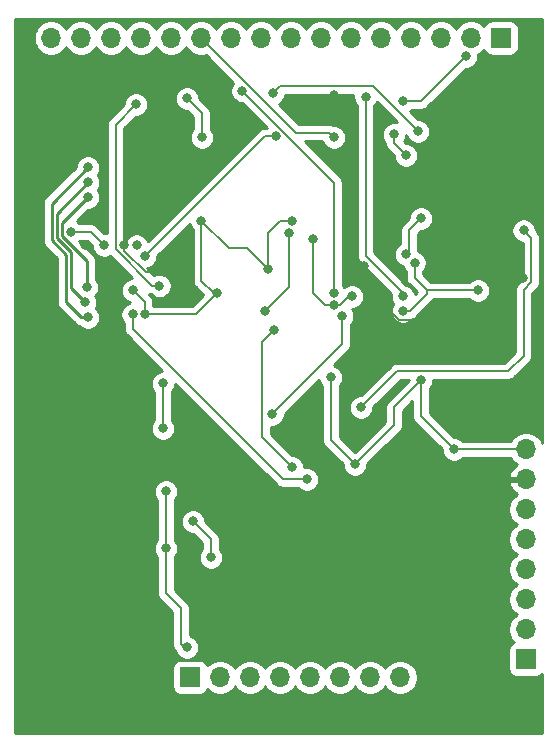
<source format=gbr>
%TF.GenerationSoftware,KiCad,Pcbnew,(5.1.10-1-10_14)*%
%TF.CreationDate,2021-09-23T00:24:02-04:00*%
%TF.ProjectId,BITWISE,42495457-4953-4452-9e6b-696361645f70,rev?*%
%TF.SameCoordinates,Original*%
%TF.FileFunction,Copper,L2,Bot*%
%TF.FilePolarity,Positive*%
%FSLAX46Y46*%
G04 Gerber Fmt 4.6, Leading zero omitted, Abs format (unit mm)*
G04 Created by KiCad (PCBNEW (5.1.10-1-10_14)) date 2021-09-23 00:24:02*
%MOMM*%
%LPD*%
G01*
G04 APERTURE LIST*
%TA.AperFunction,ComponentPad*%
%ADD10O,1.700000X1.700000*%
%TD*%
%TA.AperFunction,ComponentPad*%
%ADD11R,1.700000X1.700000*%
%TD*%
%TA.AperFunction,ViaPad*%
%ADD12C,0.800000*%
%TD*%
%TA.AperFunction,Conductor*%
%ADD13C,0.200000*%
%TD*%
%TA.AperFunction,Conductor*%
%ADD14C,0.250000*%
%TD*%
%TA.AperFunction,Conductor*%
%ADD15C,0.254000*%
%TD*%
%TA.AperFunction,Conductor*%
%ADD16C,0.100000*%
%TD*%
G04 APERTURE END LIST*
D10*
%TO.P,J4,8*%
%TO.N,GND*%
X169164000Y-108204000D03*
%TO.P,J4,7*%
%TO.N,VCC*%
X169164000Y-110744000D03*
%TO.P,J4,6*%
%TO.N,BIT3*%
X169164000Y-113284000D03*
%TO.P,J4,5*%
%TO.N,BIT2*%
X169164000Y-115824000D03*
%TO.P,J4,4*%
%TO.N,BIT1*%
X169164000Y-118364000D03*
%TO.P,J4,3*%
%TO.N,BIT0*%
X169164000Y-120904000D03*
%TO.P,J4,2*%
%TO.N,RHS_IN*%
X169164000Y-123444000D03*
D11*
%TO.P,J4,1*%
%TO.N,CLOCK*%
X169164000Y-125984000D03*
%TD*%
D10*
%TO.P,J1,16*%
%TO.N,A7*%
X128958000Y-73376000D03*
%TO.P,J1,15*%
%TO.N,A6*%
X131498000Y-73376000D03*
%TO.P,J1,14*%
%TO.N,A5*%
X134038000Y-73376000D03*
%TO.P,J1,13*%
%TO.N,A4*%
X136578000Y-73376000D03*
%TO.P,J1,12*%
%TO.N,A3*%
X139118000Y-73376000D03*
%TO.P,J1,11*%
%TO.N,A2*%
X141658000Y-73376000D03*
%TO.P,J1,10*%
%TO.N,A1*%
X144198000Y-73376000D03*
%TO.P,J1,9*%
%TO.N,A0*%
X146738000Y-73376000D03*
%TO.P,J1,8*%
%TO.N,B7*%
X149278000Y-73376000D03*
%TO.P,J1,7*%
%TO.N,B6*%
X151818000Y-73376000D03*
%TO.P,J1,6*%
%TO.N,B5*%
X154358000Y-73376000D03*
%TO.P,J1,5*%
%TO.N,B4*%
X156898000Y-73376000D03*
%TO.P,J1,4*%
%TO.N,B3*%
X159438000Y-73376000D03*
%TO.P,J1,3*%
%TO.N,B2*%
X161978000Y-73376000D03*
%TO.P,J1,2*%
%TO.N,B1*%
X164518000Y-73376000D03*
D11*
%TO.P,J1,1*%
%TO.N,B0*%
X167058000Y-73376000D03*
%TD*%
D10*
%TO.P,J3,8*%
%TO.N,RHS7*%
X158496000Y-127508000D03*
%TO.P,J3,7*%
%TO.N,RHS6*%
X155956000Y-127508000D03*
%TO.P,J3,6*%
%TO.N,RHS5*%
X153416000Y-127508000D03*
%TO.P,J3,5*%
%TO.N,RHS4*%
X150876000Y-127508000D03*
%TO.P,J3,4*%
%TO.N,RHS3*%
X148336000Y-127508000D03*
%TO.P,J3,3*%
%TO.N,RHS2*%
X145796000Y-127508000D03*
%TO.P,J3,2*%
%TO.N,RHS1*%
X143256000Y-127508000D03*
D11*
%TO.P,J3,1*%
%TO.N,RHS0*%
X140716000Y-127508000D03*
%TD*%
D12*
%TO.N,VCC*%
X131572000Y-101854000D03*
X133858000Y-92710000D03*
X138514021Y-93218000D03*
X131826000Y-90932000D03*
X138684000Y-79502000D03*
X130810000Y-82550000D03*
X156464000Y-117856000D03*
X163830000Y-96774000D03*
X155448000Y-92710000D03*
X153670000Y-80518000D03*
X152907992Y-78186001D03*
X167894000Y-92202000D03*
X168910000Y-93726000D03*
X135142889Y-90920853D03*
%TO.N,GND*%
X165100000Y-94742000D03*
X149352000Y-88900000D03*
X147320000Y-92964000D03*
X133448851Y-90932000D03*
X141689881Y-88857881D03*
X151130000Y-90424000D03*
X154432000Y-95250000D03*
X152908000Y-96012000D03*
X154686000Y-109474000D03*
X152654000Y-102108000D03*
X160274000Y-102362000D03*
X138684000Y-111760000D03*
X138684000Y-116586000D03*
X140462000Y-124968000D03*
X130617990Y-89790381D03*
X138430000Y-106426000D03*
X138430000Y-102616000D03*
X160274000Y-88646000D03*
X159004000Y-91694000D03*
X157988000Y-81534000D03*
X159004000Y-83312000D03*
X164084000Y-74930000D03*
X158750000Y-78740000D03*
X163068000Y-108204000D03*
X143002000Y-94996000D03*
X135890000Y-94742000D03*
X136191449Y-90937719D03*
X136870002Y-96770000D03*
X158750000Y-96520000D03*
X159726118Y-92402402D03*
%TO.N,A6*%
X140462000Y-78486000D03*
X141732000Y-81788000D03*
%TO.N,A5*%
X136144000Y-78994000D03*
X138120000Y-94360000D03*
%TO.N,A4*%
X147731353Y-78048708D03*
X160020000Y-81280000D03*
%TO.N,A2*%
X152908000Y-81788000D03*
%TO.N,A1*%
X152908000Y-94996000D03*
X145152018Y-77859982D03*
%TO.N,A0*%
X155588018Y-78345982D03*
X158750000Y-95250000D03*
%TO.N,B5*%
X147066000Y-96520000D03*
X149098000Y-89916000D03*
%TO.N,B3*%
X147999686Y-81705678D03*
X136906000Y-91858837D03*
%TO.N,Q7*%
X150622000Y-110744000D03*
X135859995Y-96773715D03*
%TO.N,Q6*%
X149352000Y-109728000D03*
X147850000Y-98100000D03*
%TO.N,Q4*%
X155194000Y-104648000D03*
X168971990Y-89662000D03*
%TO.N,Q2*%
X147684491Y-105240455D03*
X153608010Y-96892624D03*
%TO.N,BIT3*%
X132080000Y-84328000D03*
X132079998Y-97027998D03*
%TO.N,BIT2*%
X132080000Y-85598000D03*
X131830656Y-95762664D03*
%TO.N,BIT1*%
X132080000Y-86868000D03*
X131985021Y-94488000D03*
%TO.N,Net-(U17-Pad3)*%
X140970000Y-114300000D03*
X142494000Y-117348000D03*
%TD*%
D13*
%TO.N,VCC*%
X131572000Y-101854000D02*
X133858000Y-99568000D01*
X133858000Y-99568000D02*
X133858000Y-92710000D01*
X133604000Y-92710000D02*
X133858000Y-92710000D01*
X131826000Y-90932000D02*
X133604000Y-92710000D01*
X138684000Y-79502000D02*
X137160000Y-77978000D01*
X137160000Y-77978000D02*
X134112000Y-77978000D01*
X134112000Y-77978000D02*
X130810000Y-81280000D01*
X130810000Y-81280000D02*
X130810000Y-82550000D01*
X169164000Y-110744000D02*
X167640000Y-110744000D01*
X167640000Y-110744000D02*
X167132000Y-111252000D01*
X167132000Y-111252000D02*
X167132000Y-114046000D01*
X167132000Y-114046000D02*
X163322000Y-117856000D01*
X163322000Y-117856000D02*
X156464000Y-117856000D01*
X153670000Y-80518000D02*
X153670000Y-78948009D01*
X153670000Y-78948009D02*
X152907992Y-78186001D01*
X167894000Y-92202000D02*
X167894000Y-92964000D01*
X167894000Y-92964000D02*
X168656000Y-93726000D01*
X168656000Y-93726000D02*
X168910000Y-93726000D01*
X138514021Y-93218000D02*
X136963700Y-93218000D01*
X136963700Y-93218000D02*
X135142889Y-91397189D01*
X135142889Y-91397189D02*
X135142889Y-90920853D01*
X155448000Y-93275685D02*
X155448000Y-92710000D01*
X155448000Y-94254004D02*
X155448000Y-93275685D01*
X163830000Y-96774000D02*
X163383998Y-97220002D01*
X163383998Y-97220002D02*
X158413998Y-97220002D01*
X158413998Y-97220002D02*
X155448000Y-94254004D01*
%TO.N,GND*%
X149352000Y-88900000D02*
X148336000Y-88900000D01*
X148336000Y-88900000D02*
X147828000Y-89408000D01*
X147828000Y-89408000D02*
X147320000Y-89916000D01*
X147320000Y-89916000D02*
X147320000Y-92964000D01*
X141689881Y-88857881D02*
X144018000Y-91186000D01*
X145542000Y-91186000D02*
X147320000Y-92964000D01*
X144018000Y-91186000D02*
X145542000Y-91186000D01*
X151130000Y-90424000D02*
X151130000Y-94996000D01*
X151130000Y-94996000D02*
X152146000Y-96012000D01*
X153162000Y-96012000D02*
X153416000Y-96012000D01*
X154178000Y-95250000D02*
X154432000Y-95250000D01*
X153416000Y-96012000D02*
X154178000Y-95250000D01*
X152908000Y-96012000D02*
X153162000Y-96012000D01*
X152146000Y-96012000D02*
X152908000Y-96012000D01*
X154686000Y-109474000D02*
X152654000Y-107442000D01*
X152654000Y-107442000D02*
X152654000Y-102108000D01*
X160274000Y-102362000D02*
X157988000Y-104648000D01*
X157988000Y-104648000D02*
X157988000Y-106172000D01*
X157988000Y-106172000D02*
X156718000Y-107442000D01*
X156718000Y-107442000D02*
X154686000Y-109474000D01*
X138684000Y-111760000D02*
X138684000Y-116586000D01*
X138684000Y-116586000D02*
X138684000Y-120396000D01*
X138684000Y-120396000D02*
X139954000Y-121666000D01*
X139954000Y-121666000D02*
X139954000Y-124714000D01*
X140208000Y-124968000D02*
X140462000Y-124968000D01*
X139954000Y-124714000D02*
X140208000Y-124968000D01*
X133448851Y-90932000D02*
X132307232Y-89790381D01*
X132307232Y-89790381D02*
X130617990Y-89790381D01*
X138430000Y-106426000D02*
X138430000Y-102616000D01*
X160274000Y-88646000D02*
X159258000Y-89662000D01*
X159258000Y-91440000D02*
X159004000Y-91694000D01*
X159258000Y-89662000D02*
X159258000Y-91440000D01*
X157988000Y-81534000D02*
X157988000Y-82296000D01*
X157988000Y-82296000D02*
X159004000Y-83312000D01*
X164084000Y-74930000D02*
X160274000Y-78740000D01*
X160274000Y-78740000D02*
X158750000Y-78740000D01*
X169164000Y-108204000D02*
X163068000Y-108204000D01*
X160274000Y-105410000D02*
X160274000Y-102362000D01*
X163068000Y-108204000D02*
X160274000Y-105410000D01*
X163068000Y-108204000D02*
X163068000Y-108204000D01*
X165100000Y-94742000D02*
X160782000Y-94742000D01*
X141689881Y-88857881D02*
X141689881Y-93937881D01*
X141689881Y-93937881D02*
X142748000Y-94996000D01*
X142748000Y-94996000D02*
X143002000Y-94996000D01*
X135890000Y-94742000D02*
X136870002Y-95722002D01*
X143002000Y-94996000D02*
X141228000Y-96770000D01*
X141228000Y-96770000D02*
X136870002Y-96770000D01*
X136870002Y-95722002D02*
X136870002Y-96770000D01*
X160782000Y-94742000D02*
X160782000Y-95053685D01*
X159315685Y-96520000D02*
X158750000Y-96520000D01*
X160782000Y-95053685D02*
X159315685Y-96520000D01*
X160782000Y-94742000D02*
X159726118Y-93686118D01*
X159726118Y-93686118D02*
X159726118Y-92402402D01*
%TO.N,A6*%
X140462000Y-78486000D02*
X141732000Y-79756000D01*
X141732000Y-79756000D02*
X141732000Y-81788000D01*
%TO.N,A5*%
X134427999Y-91263684D02*
X137524315Y-94360000D01*
X136144000Y-78994000D02*
X134427999Y-80710001D01*
X134427999Y-80710001D02*
X134427999Y-91263684D01*
X137524315Y-94360000D02*
X138120000Y-94360000D01*
%TO.N,A4*%
X156210000Y-77470000D02*
X160020000Y-81280000D01*
X147731353Y-78048708D02*
X148310061Y-77470000D01*
X148310061Y-77470000D02*
X156210000Y-77470000D01*
%TO.N,A2*%
X152508001Y-81388001D02*
X152908000Y-81788000D01*
X149670001Y-81388001D02*
X152508001Y-81388001D01*
X141658000Y-73376000D02*
X149670001Y-81388001D01*
%TO.N,A1*%
X152908000Y-85615964D02*
X145152018Y-77859982D01*
X152908000Y-94996000D02*
X152908000Y-85615964D01*
%TO.N,A0*%
X158750000Y-94995982D02*
X158750000Y-95250000D01*
X155588018Y-78345982D02*
X155588018Y-91834000D01*
X155588018Y-91834000D02*
X158750000Y-94995982D01*
%TO.N,B5*%
X147066000Y-96520000D02*
X149098000Y-94488000D01*
X149098000Y-94488000D02*
X149098000Y-89916000D01*
%TO.N,B3*%
X147059159Y-81705678D02*
X136906000Y-91858837D01*
X147999686Y-81705678D02*
X147059159Y-81705678D01*
%TO.N,Q7*%
X148590000Y-110744000D02*
X135859995Y-98013995D01*
X150622000Y-110744000D02*
X148590000Y-110744000D01*
X135859995Y-98013995D02*
X135859995Y-96773715D01*
%TO.N,Q6*%
X146812000Y-107188000D02*
X146812000Y-99138000D01*
X146812000Y-99138000D02*
X147850000Y-98100000D01*
X149352000Y-109728000D02*
X146812000Y-107188000D01*
%TO.N,Q4*%
X158242000Y-101600000D02*
X167640000Y-101600000D01*
X169610002Y-94062002D02*
X169610002Y-90300012D01*
X155194000Y-104648000D02*
X158242000Y-101600000D01*
X167640000Y-101600000D02*
X168971990Y-100268010D01*
X168971990Y-94700014D02*
X169610002Y-94062002D01*
X168971990Y-100268010D02*
X168971990Y-94700014D01*
X169610002Y-90300012D02*
X169371989Y-90061999D01*
X169371989Y-90061999D02*
X168971990Y-89662000D01*
%TO.N,Q2*%
X153608010Y-99316936D02*
X153608010Y-96892624D01*
X147684491Y-105240455D02*
X153608010Y-99316936D01*
D14*
%TO.N,BIT3*%
X130200977Y-95714662D02*
X131514313Y-97027998D01*
X132080000Y-84328000D02*
X128992966Y-87415034D01*
X131514313Y-97027998D02*
X132079998Y-97027998D01*
X128992966Y-90511183D02*
X130200977Y-91719194D01*
X130200977Y-91719194D02*
X130200977Y-95714662D01*
X128992966Y-87415034D02*
X128992966Y-90511183D01*
%TO.N,BIT2*%
X132080000Y-85598000D02*
X129442977Y-88235023D01*
X129442977Y-88235023D02*
X129442977Y-90324783D01*
X130650988Y-94582996D02*
X131830656Y-95762664D01*
X129442977Y-90324783D02*
X130650988Y-91532794D01*
X130650988Y-91532794D02*
X130650988Y-94582996D01*
%TO.N,BIT1*%
X129892988Y-89055012D02*
X129892988Y-90138383D01*
X131985021Y-92230416D02*
X131985021Y-94488000D01*
X132080000Y-86868000D02*
X129892988Y-89055012D01*
X129892988Y-90138383D02*
X131985021Y-92230416D01*
D13*
%TO.N,Net-(U17-Pad3)*%
X140970000Y-114300000D02*
X142494000Y-115824000D01*
X142494000Y-115824000D02*
X142494000Y-117348000D01*
%TD*%
D15*
%TO.N,VCC*%
X170536001Y-107635811D02*
X170479990Y-107500589D01*
X170317475Y-107257368D01*
X170110632Y-107050525D01*
X169867411Y-106888010D01*
X169597158Y-106776068D01*
X169310260Y-106719000D01*
X169017740Y-106719000D01*
X168730842Y-106776068D01*
X168460589Y-106888010D01*
X168217368Y-107050525D01*
X168010525Y-107257368D01*
X167869117Y-107469000D01*
X163796711Y-107469000D01*
X163727774Y-107400063D01*
X163558256Y-107286795D01*
X163369898Y-107208774D01*
X163169939Y-107169000D01*
X163072447Y-107169000D01*
X161009000Y-105105554D01*
X161009000Y-103090711D01*
X161077937Y-103021774D01*
X161191205Y-102852256D01*
X161269226Y-102663898D01*
X161309000Y-102463939D01*
X161309000Y-102335000D01*
X167603895Y-102335000D01*
X167640000Y-102338556D01*
X167676105Y-102335000D01*
X167784085Y-102324365D01*
X167922633Y-102282337D01*
X168050320Y-102214087D01*
X168162238Y-102122238D01*
X168185258Y-102094188D01*
X169466187Y-100813260D01*
X169494227Y-100790248D01*
X169517240Y-100762207D01*
X169517243Y-100762204D01*
X169586076Y-100678331D01*
X169586077Y-100678330D01*
X169654327Y-100550643D01*
X169696355Y-100412095D01*
X169706990Y-100304115D01*
X169706990Y-100304106D01*
X169710545Y-100268011D01*
X169706990Y-100231916D01*
X169706990Y-95004460D01*
X170104199Y-94607252D01*
X170132239Y-94584240D01*
X170155252Y-94556199D01*
X170155255Y-94556196D01*
X170224088Y-94472323D01*
X170224089Y-94472322D01*
X170292339Y-94344635D01*
X170334367Y-94206087D01*
X170345002Y-94098107D01*
X170345002Y-94098098D01*
X170348557Y-94062003D01*
X170345002Y-94025908D01*
X170345002Y-90336106D01*
X170348557Y-90300011D01*
X170345002Y-90263916D01*
X170345002Y-90263907D01*
X170334367Y-90155927D01*
X170292339Y-90017379D01*
X170224089Y-89889692D01*
X170132240Y-89777774D01*
X170104189Y-89754753D01*
X170006990Y-89657554D01*
X170006990Y-89560061D01*
X169967216Y-89360102D01*
X169889195Y-89171744D01*
X169775927Y-89002226D01*
X169631764Y-88858063D01*
X169462246Y-88744795D01*
X169273888Y-88666774D01*
X169073929Y-88627000D01*
X168870051Y-88627000D01*
X168670092Y-88666774D01*
X168481734Y-88744795D01*
X168312216Y-88858063D01*
X168168053Y-89002226D01*
X168054785Y-89171744D01*
X167976764Y-89360102D01*
X167936990Y-89560061D01*
X167936990Y-89763939D01*
X167976764Y-89963898D01*
X168054785Y-90152256D01*
X168168053Y-90321774D01*
X168312216Y-90465937D01*
X168481734Y-90579205D01*
X168670092Y-90657226D01*
X168870051Y-90697000D01*
X168875003Y-90697000D01*
X168875002Y-93757555D01*
X168477798Y-94154760D01*
X168449753Y-94177776D01*
X168357904Y-94289694D01*
X168306395Y-94386061D01*
X168289654Y-94417381D01*
X168247625Y-94555929D01*
X168233434Y-94700014D01*
X168236991Y-94736129D01*
X168236990Y-99963563D01*
X167335554Y-100865000D01*
X158278105Y-100865000D01*
X158242000Y-100861444D01*
X158205895Y-100865000D01*
X158097915Y-100875635D01*
X157959367Y-100917663D01*
X157831680Y-100985913D01*
X157719762Y-101077762D01*
X157696746Y-101105807D01*
X155189554Y-103613000D01*
X155092061Y-103613000D01*
X154892102Y-103652774D01*
X154703744Y-103730795D01*
X154534226Y-103844063D01*
X154390063Y-103988226D01*
X154276795Y-104157744D01*
X154198774Y-104346102D01*
X154159000Y-104546061D01*
X154159000Y-104749939D01*
X154198774Y-104949898D01*
X154276795Y-105138256D01*
X154390063Y-105307774D01*
X154534226Y-105451937D01*
X154703744Y-105565205D01*
X154892102Y-105643226D01*
X155092061Y-105683000D01*
X155295939Y-105683000D01*
X155495898Y-105643226D01*
X155684256Y-105565205D01*
X155853774Y-105451937D01*
X155997937Y-105307774D01*
X156111205Y-105138256D01*
X156189226Y-104949898D01*
X156229000Y-104749939D01*
X156229000Y-104652446D01*
X158546447Y-102335000D01*
X159239000Y-102335000D01*
X159239000Y-102357553D01*
X157493808Y-104102746D01*
X157465762Y-104125763D01*
X157373913Y-104237681D01*
X157305663Y-104365368D01*
X157284080Y-104436518D01*
X157263635Y-104503915D01*
X157249444Y-104648000D01*
X157253000Y-104684105D01*
X157253001Y-105867552D01*
X156223811Y-106896743D01*
X156223806Y-106896747D01*
X154686000Y-108434553D01*
X153389000Y-107137554D01*
X153389000Y-102836711D01*
X153457937Y-102767774D01*
X153571205Y-102598256D01*
X153649226Y-102409898D01*
X153689000Y-102209939D01*
X153689000Y-102006061D01*
X153649226Y-101806102D01*
X153571205Y-101617744D01*
X153457937Y-101448226D01*
X153313774Y-101304063D01*
X153144256Y-101190795D01*
X152955898Y-101112774D01*
X152868920Y-101095473D01*
X154102208Y-99862185D01*
X154130247Y-99839174D01*
X154153260Y-99811133D01*
X154153263Y-99811130D01*
X154206900Y-99745773D01*
X154222097Y-99727256D01*
X154290347Y-99599569D01*
X154332375Y-99461021D01*
X154343010Y-99353041D01*
X154343010Y-99353040D01*
X154346566Y-99316936D01*
X154343010Y-99280831D01*
X154343010Y-97621335D01*
X154411947Y-97552398D01*
X154525215Y-97382880D01*
X154603236Y-97194522D01*
X154643010Y-96994563D01*
X154643010Y-96790685D01*
X154603236Y-96590726D01*
X154525215Y-96402368D01*
X154446792Y-96285000D01*
X154533939Y-96285000D01*
X154733898Y-96245226D01*
X154922256Y-96167205D01*
X155091774Y-96053937D01*
X155235937Y-95909774D01*
X155349205Y-95740256D01*
X155427226Y-95551898D01*
X155467000Y-95351939D01*
X155467000Y-95148061D01*
X155427226Y-94948102D01*
X155349205Y-94759744D01*
X155235937Y-94590226D01*
X155091774Y-94446063D01*
X154922256Y-94332795D01*
X154733898Y-94254774D01*
X154533939Y-94215000D01*
X154330061Y-94215000D01*
X154130102Y-94254774D01*
X153941744Y-94332795D01*
X153781284Y-94440011D01*
X153711937Y-94336226D01*
X153643000Y-94267289D01*
X153643000Y-85652069D01*
X153646556Y-85615964D01*
X153632365Y-85471879D01*
X153625429Y-85449014D01*
X153590337Y-85333331D01*
X153522087Y-85205644D01*
X153430238Y-85093726D01*
X153402193Y-85070710D01*
X150454484Y-82123001D01*
X151926486Y-82123001D01*
X151990795Y-82278256D01*
X152104063Y-82447774D01*
X152248226Y-82591937D01*
X152417744Y-82705205D01*
X152606102Y-82783226D01*
X152806061Y-82823000D01*
X153009939Y-82823000D01*
X153209898Y-82783226D01*
X153398256Y-82705205D01*
X153567774Y-82591937D01*
X153711937Y-82447774D01*
X153825205Y-82278256D01*
X153903226Y-82089898D01*
X153943000Y-81889939D01*
X153943000Y-81686061D01*
X153903226Y-81486102D01*
X153825205Y-81297744D01*
X153711937Y-81128226D01*
X153567774Y-80984063D01*
X153398256Y-80870795D01*
X153209898Y-80792774D01*
X153009939Y-80753000D01*
X152879194Y-80753000D01*
X152790634Y-80705664D01*
X152652086Y-80663636D01*
X152544106Y-80653001D01*
X152508001Y-80649445D01*
X152471896Y-80653001D01*
X149974448Y-80653001D01*
X148261024Y-78939577D01*
X148391127Y-78852645D01*
X148535290Y-78708482D01*
X148648558Y-78538964D01*
X148726579Y-78350606D01*
X148755542Y-78205000D01*
X154560784Y-78205000D01*
X154553018Y-78244043D01*
X154553018Y-78447921D01*
X154592792Y-78647880D01*
X154670813Y-78836238D01*
X154784081Y-79005756D01*
X154853018Y-79074693D01*
X154853019Y-91797885D01*
X154849462Y-91834000D01*
X154863653Y-91978085D01*
X154899603Y-92096593D01*
X154905682Y-92116633D01*
X154973932Y-92244320D01*
X155065781Y-92356238D01*
X155093826Y-92379254D01*
X157739494Y-95024922D01*
X157715000Y-95148061D01*
X157715000Y-95351939D01*
X157754774Y-95551898D01*
X157832795Y-95740256D01*
X157929510Y-95885000D01*
X157832795Y-96029744D01*
X157754774Y-96218102D01*
X157715000Y-96418061D01*
X157715000Y-96621939D01*
X157754774Y-96821898D01*
X157832795Y-97010256D01*
X157946063Y-97179774D01*
X158090226Y-97323937D01*
X158259744Y-97437205D01*
X158448102Y-97515226D01*
X158648061Y-97555000D01*
X158851939Y-97555000D01*
X159051898Y-97515226D01*
X159240256Y-97437205D01*
X159409774Y-97323937D01*
X159502224Y-97231487D01*
X159598318Y-97202337D01*
X159726005Y-97134087D01*
X159837923Y-97042238D01*
X159860943Y-97014188D01*
X161276193Y-95598939D01*
X161304238Y-95575923D01*
X161385422Y-95477000D01*
X164371289Y-95477000D01*
X164440226Y-95545937D01*
X164609744Y-95659205D01*
X164798102Y-95737226D01*
X164998061Y-95777000D01*
X165201939Y-95777000D01*
X165401898Y-95737226D01*
X165590256Y-95659205D01*
X165759774Y-95545937D01*
X165903937Y-95401774D01*
X166017205Y-95232256D01*
X166095226Y-95043898D01*
X166135000Y-94843939D01*
X166135000Y-94640061D01*
X166095226Y-94440102D01*
X166017205Y-94251744D01*
X165903937Y-94082226D01*
X165759774Y-93938063D01*
X165590256Y-93824795D01*
X165401898Y-93746774D01*
X165201939Y-93707000D01*
X164998061Y-93707000D01*
X164798102Y-93746774D01*
X164609744Y-93824795D01*
X164440226Y-93938063D01*
X164371289Y-94007000D01*
X161086447Y-94007000D01*
X160461118Y-93381672D01*
X160461118Y-93131113D01*
X160530055Y-93062176D01*
X160643323Y-92892658D01*
X160721344Y-92704300D01*
X160761118Y-92504341D01*
X160761118Y-92300463D01*
X160721344Y-92100504D01*
X160643323Y-91912146D01*
X160530055Y-91742628D01*
X160385892Y-91598465D01*
X160216374Y-91485197D01*
X160028016Y-91407176D01*
X160001162Y-91401834D01*
X159999226Y-91392102D01*
X159993000Y-91377071D01*
X159993000Y-89966446D01*
X160278446Y-89681000D01*
X160375939Y-89681000D01*
X160575898Y-89641226D01*
X160764256Y-89563205D01*
X160933774Y-89449937D01*
X161077937Y-89305774D01*
X161191205Y-89136256D01*
X161269226Y-88947898D01*
X161309000Y-88747939D01*
X161309000Y-88544061D01*
X161269226Y-88344102D01*
X161191205Y-88155744D01*
X161077937Y-87986226D01*
X160933774Y-87842063D01*
X160764256Y-87728795D01*
X160575898Y-87650774D01*
X160375939Y-87611000D01*
X160172061Y-87611000D01*
X159972102Y-87650774D01*
X159783744Y-87728795D01*
X159614226Y-87842063D01*
X159470063Y-87986226D01*
X159356795Y-88155744D01*
X159278774Y-88344102D01*
X159239000Y-88544061D01*
X159239000Y-88641554D01*
X158763808Y-89116746D01*
X158735762Y-89139763D01*
X158643913Y-89251681D01*
X158575663Y-89379368D01*
X158554870Y-89447913D01*
X158533635Y-89517915D01*
X158519444Y-89662000D01*
X158523000Y-89698105D01*
X158523001Y-90772961D01*
X158513744Y-90776795D01*
X158344226Y-90890063D01*
X158200063Y-91034226D01*
X158086795Y-91203744D01*
X158008774Y-91392102D01*
X157969000Y-91592061D01*
X157969000Y-91795939D01*
X158008774Y-91995898D01*
X158086795Y-92184256D01*
X158200063Y-92353774D01*
X158344226Y-92497937D01*
X158513744Y-92611205D01*
X158702102Y-92689226D01*
X158728956Y-92694568D01*
X158730892Y-92704300D01*
X158808913Y-92892658D01*
X158922181Y-93062176D01*
X158991118Y-93131113D01*
X158991118Y-93650012D01*
X158987562Y-93686118D01*
X158991118Y-93722222D01*
X159001753Y-93830202D01*
X159043781Y-93968750D01*
X159112031Y-94096437D01*
X159203880Y-94208355D01*
X159231926Y-94231372D01*
X159898396Y-94897842D01*
X159762300Y-95033939D01*
X159745226Y-94948102D01*
X159667205Y-94759744D01*
X159553937Y-94590226D01*
X159409774Y-94446063D01*
X159240256Y-94332795D01*
X159051898Y-94254774D01*
X159047330Y-94253865D01*
X156323018Y-91529554D01*
X156323018Y-79074693D01*
X156391955Y-79005756D01*
X156505223Y-78836238D01*
X156514469Y-78813916D01*
X158226771Y-80526217D01*
X158089939Y-80499000D01*
X157886061Y-80499000D01*
X157686102Y-80538774D01*
X157497744Y-80616795D01*
X157328226Y-80730063D01*
X157184063Y-80874226D01*
X157070795Y-81043744D01*
X156992774Y-81232102D01*
X156953000Y-81432061D01*
X156953000Y-81635939D01*
X156992774Y-81835898D01*
X157070795Y-82024256D01*
X157184063Y-82193774D01*
X157252748Y-82262459D01*
X157249444Y-82296000D01*
X157253000Y-82332105D01*
X157263635Y-82440085D01*
X157305664Y-82578633D01*
X157373914Y-82706320D01*
X157465763Y-82818238D01*
X157493808Y-82841254D01*
X157969000Y-83316446D01*
X157969000Y-83413939D01*
X158008774Y-83613898D01*
X158086795Y-83802256D01*
X158200063Y-83971774D01*
X158344226Y-84115937D01*
X158513744Y-84229205D01*
X158702102Y-84307226D01*
X158902061Y-84347000D01*
X159105939Y-84347000D01*
X159305898Y-84307226D01*
X159494256Y-84229205D01*
X159663774Y-84115937D01*
X159807937Y-83971774D01*
X159921205Y-83802256D01*
X159999226Y-83613898D01*
X160039000Y-83413939D01*
X160039000Y-83210061D01*
X159999226Y-83010102D01*
X159921205Y-82821744D01*
X159807937Y-82652226D01*
X159663774Y-82508063D01*
X159494256Y-82394795D01*
X159305898Y-82316774D01*
X159105939Y-82277000D01*
X159008446Y-82277000D01*
X158845323Y-82113876D01*
X158905205Y-82024256D01*
X158983226Y-81835898D01*
X159023000Y-81635939D01*
X159023000Y-81572979D01*
X159024774Y-81581898D01*
X159102795Y-81770256D01*
X159216063Y-81939774D01*
X159360226Y-82083937D01*
X159529744Y-82197205D01*
X159718102Y-82275226D01*
X159918061Y-82315000D01*
X160121939Y-82315000D01*
X160321898Y-82275226D01*
X160510256Y-82197205D01*
X160679774Y-82083937D01*
X160823937Y-81939774D01*
X160937205Y-81770256D01*
X161015226Y-81581898D01*
X161055000Y-81381939D01*
X161055000Y-81178061D01*
X161015226Y-80978102D01*
X160937205Y-80789744D01*
X160823937Y-80620226D01*
X160679774Y-80476063D01*
X160510256Y-80362795D01*
X160321898Y-80284774D01*
X160121939Y-80245000D01*
X160024447Y-80245000D01*
X159357987Y-79578540D01*
X159409774Y-79543937D01*
X159478711Y-79475000D01*
X160237895Y-79475000D01*
X160274000Y-79478556D01*
X160310105Y-79475000D01*
X160418085Y-79464365D01*
X160556633Y-79422337D01*
X160684320Y-79354087D01*
X160796238Y-79262238D01*
X160819259Y-79234187D01*
X164088447Y-75965000D01*
X164185939Y-75965000D01*
X164385898Y-75925226D01*
X164574256Y-75847205D01*
X164743774Y-75733937D01*
X164887937Y-75589774D01*
X165001205Y-75420256D01*
X165079226Y-75231898D01*
X165119000Y-75031939D01*
X165119000Y-74828061D01*
X165101790Y-74741539D01*
X165221411Y-74691990D01*
X165464632Y-74529475D01*
X165596487Y-74397620D01*
X165618498Y-74470180D01*
X165677463Y-74580494D01*
X165756815Y-74677185D01*
X165853506Y-74756537D01*
X165963820Y-74815502D01*
X166083518Y-74851812D01*
X166208000Y-74864072D01*
X167908000Y-74864072D01*
X168032482Y-74851812D01*
X168152180Y-74815502D01*
X168262494Y-74756537D01*
X168359185Y-74677185D01*
X168438537Y-74580494D01*
X168497502Y-74470180D01*
X168533812Y-74350482D01*
X168546072Y-74226000D01*
X168546072Y-72526000D01*
X168533812Y-72401518D01*
X168497502Y-72281820D01*
X168438537Y-72171506D01*
X168359185Y-72074815D01*
X168262494Y-71995463D01*
X168152180Y-71936498D01*
X168032482Y-71900188D01*
X167908000Y-71887928D01*
X166208000Y-71887928D01*
X166083518Y-71900188D01*
X165963820Y-71936498D01*
X165853506Y-71995463D01*
X165756815Y-72074815D01*
X165677463Y-72171506D01*
X165618498Y-72281820D01*
X165596487Y-72354380D01*
X165464632Y-72222525D01*
X165221411Y-72060010D01*
X164951158Y-71948068D01*
X164664260Y-71891000D01*
X164371740Y-71891000D01*
X164084842Y-71948068D01*
X163814589Y-72060010D01*
X163571368Y-72222525D01*
X163364525Y-72429368D01*
X163248000Y-72603760D01*
X163131475Y-72429368D01*
X162924632Y-72222525D01*
X162681411Y-72060010D01*
X162411158Y-71948068D01*
X162124260Y-71891000D01*
X161831740Y-71891000D01*
X161544842Y-71948068D01*
X161274589Y-72060010D01*
X161031368Y-72222525D01*
X160824525Y-72429368D01*
X160708000Y-72603760D01*
X160591475Y-72429368D01*
X160384632Y-72222525D01*
X160141411Y-72060010D01*
X159871158Y-71948068D01*
X159584260Y-71891000D01*
X159291740Y-71891000D01*
X159004842Y-71948068D01*
X158734589Y-72060010D01*
X158491368Y-72222525D01*
X158284525Y-72429368D01*
X158168000Y-72603760D01*
X158051475Y-72429368D01*
X157844632Y-72222525D01*
X157601411Y-72060010D01*
X157331158Y-71948068D01*
X157044260Y-71891000D01*
X156751740Y-71891000D01*
X156464842Y-71948068D01*
X156194589Y-72060010D01*
X155951368Y-72222525D01*
X155744525Y-72429368D01*
X155628000Y-72603760D01*
X155511475Y-72429368D01*
X155304632Y-72222525D01*
X155061411Y-72060010D01*
X154791158Y-71948068D01*
X154504260Y-71891000D01*
X154211740Y-71891000D01*
X153924842Y-71948068D01*
X153654589Y-72060010D01*
X153411368Y-72222525D01*
X153204525Y-72429368D01*
X153088000Y-72603760D01*
X152971475Y-72429368D01*
X152764632Y-72222525D01*
X152521411Y-72060010D01*
X152251158Y-71948068D01*
X151964260Y-71891000D01*
X151671740Y-71891000D01*
X151384842Y-71948068D01*
X151114589Y-72060010D01*
X150871368Y-72222525D01*
X150664525Y-72429368D01*
X150548000Y-72603760D01*
X150431475Y-72429368D01*
X150224632Y-72222525D01*
X149981411Y-72060010D01*
X149711158Y-71948068D01*
X149424260Y-71891000D01*
X149131740Y-71891000D01*
X148844842Y-71948068D01*
X148574589Y-72060010D01*
X148331368Y-72222525D01*
X148124525Y-72429368D01*
X148008000Y-72603760D01*
X147891475Y-72429368D01*
X147684632Y-72222525D01*
X147441411Y-72060010D01*
X147171158Y-71948068D01*
X146884260Y-71891000D01*
X146591740Y-71891000D01*
X146304842Y-71948068D01*
X146034589Y-72060010D01*
X145791368Y-72222525D01*
X145584525Y-72429368D01*
X145468000Y-72603760D01*
X145351475Y-72429368D01*
X145144632Y-72222525D01*
X144901411Y-72060010D01*
X144631158Y-71948068D01*
X144344260Y-71891000D01*
X144051740Y-71891000D01*
X143764842Y-71948068D01*
X143494589Y-72060010D01*
X143251368Y-72222525D01*
X143044525Y-72429368D01*
X142928000Y-72603760D01*
X142811475Y-72429368D01*
X142604632Y-72222525D01*
X142361411Y-72060010D01*
X142091158Y-71948068D01*
X141804260Y-71891000D01*
X141511740Y-71891000D01*
X141224842Y-71948068D01*
X140954589Y-72060010D01*
X140711368Y-72222525D01*
X140504525Y-72429368D01*
X140388000Y-72603760D01*
X140271475Y-72429368D01*
X140064632Y-72222525D01*
X139821411Y-72060010D01*
X139551158Y-71948068D01*
X139264260Y-71891000D01*
X138971740Y-71891000D01*
X138684842Y-71948068D01*
X138414589Y-72060010D01*
X138171368Y-72222525D01*
X137964525Y-72429368D01*
X137848000Y-72603760D01*
X137731475Y-72429368D01*
X137524632Y-72222525D01*
X137281411Y-72060010D01*
X137011158Y-71948068D01*
X136724260Y-71891000D01*
X136431740Y-71891000D01*
X136144842Y-71948068D01*
X135874589Y-72060010D01*
X135631368Y-72222525D01*
X135424525Y-72429368D01*
X135308000Y-72603760D01*
X135191475Y-72429368D01*
X134984632Y-72222525D01*
X134741411Y-72060010D01*
X134471158Y-71948068D01*
X134184260Y-71891000D01*
X133891740Y-71891000D01*
X133604842Y-71948068D01*
X133334589Y-72060010D01*
X133091368Y-72222525D01*
X132884525Y-72429368D01*
X132768000Y-72603760D01*
X132651475Y-72429368D01*
X132444632Y-72222525D01*
X132201411Y-72060010D01*
X131931158Y-71948068D01*
X131644260Y-71891000D01*
X131351740Y-71891000D01*
X131064842Y-71948068D01*
X130794589Y-72060010D01*
X130551368Y-72222525D01*
X130344525Y-72429368D01*
X130228000Y-72603760D01*
X130111475Y-72429368D01*
X129904632Y-72222525D01*
X129661411Y-72060010D01*
X129391158Y-71948068D01*
X129104260Y-71891000D01*
X128811740Y-71891000D01*
X128524842Y-71948068D01*
X128254589Y-72060010D01*
X128011368Y-72222525D01*
X127804525Y-72429368D01*
X127642010Y-72672589D01*
X127530068Y-72942842D01*
X127473000Y-73229740D01*
X127473000Y-73522260D01*
X127530068Y-73809158D01*
X127642010Y-74079411D01*
X127804525Y-74322632D01*
X128011368Y-74529475D01*
X128254589Y-74691990D01*
X128524842Y-74803932D01*
X128811740Y-74861000D01*
X129104260Y-74861000D01*
X129391158Y-74803932D01*
X129661411Y-74691990D01*
X129904632Y-74529475D01*
X130111475Y-74322632D01*
X130228000Y-74148240D01*
X130344525Y-74322632D01*
X130551368Y-74529475D01*
X130794589Y-74691990D01*
X131064842Y-74803932D01*
X131351740Y-74861000D01*
X131644260Y-74861000D01*
X131931158Y-74803932D01*
X132201411Y-74691990D01*
X132444632Y-74529475D01*
X132651475Y-74322632D01*
X132768000Y-74148240D01*
X132884525Y-74322632D01*
X133091368Y-74529475D01*
X133334589Y-74691990D01*
X133604842Y-74803932D01*
X133891740Y-74861000D01*
X134184260Y-74861000D01*
X134471158Y-74803932D01*
X134741411Y-74691990D01*
X134984632Y-74529475D01*
X135191475Y-74322632D01*
X135308000Y-74148240D01*
X135424525Y-74322632D01*
X135631368Y-74529475D01*
X135874589Y-74691990D01*
X136144842Y-74803932D01*
X136431740Y-74861000D01*
X136724260Y-74861000D01*
X137011158Y-74803932D01*
X137281411Y-74691990D01*
X137524632Y-74529475D01*
X137731475Y-74322632D01*
X137848000Y-74148240D01*
X137964525Y-74322632D01*
X138171368Y-74529475D01*
X138414589Y-74691990D01*
X138684842Y-74803932D01*
X138971740Y-74861000D01*
X139264260Y-74861000D01*
X139551158Y-74803932D01*
X139821411Y-74691990D01*
X140064632Y-74529475D01*
X140271475Y-74322632D01*
X140388000Y-74148240D01*
X140504525Y-74322632D01*
X140711368Y-74529475D01*
X140954589Y-74691990D01*
X141224842Y-74803932D01*
X141511740Y-74861000D01*
X141804260Y-74861000D01*
X142053898Y-74811344D01*
X144395421Y-77152868D01*
X144348081Y-77200208D01*
X144234813Y-77369726D01*
X144156792Y-77558084D01*
X144117018Y-77758043D01*
X144117018Y-77961921D01*
X144156792Y-78161880D01*
X144234813Y-78350238D01*
X144348081Y-78519756D01*
X144492244Y-78663919D01*
X144661762Y-78777187D01*
X144850120Y-78855208D01*
X145050079Y-78894982D01*
X145147572Y-78894982D01*
X147223268Y-80970678D01*
X147095255Y-80970678D01*
X147059158Y-80967123D01*
X147023061Y-80970678D01*
X147023054Y-80970678D01*
X146929291Y-80979913D01*
X146915073Y-80981313D01*
X146873045Y-80994062D01*
X146776526Y-81023341D01*
X146648839Y-81091591D01*
X146536921Y-81183440D01*
X146513905Y-81211485D01*
X137158233Y-90567157D01*
X137108654Y-90447463D01*
X136995386Y-90277945D01*
X136851223Y-90133782D01*
X136681705Y-90020514D01*
X136493347Y-89942493D01*
X136293388Y-89902719D01*
X136089510Y-89902719D01*
X135889551Y-89942493D01*
X135701193Y-90020514D01*
X135531675Y-90133782D01*
X135387512Y-90277945D01*
X135274244Y-90447463D01*
X135196223Y-90635821D01*
X135162999Y-90802851D01*
X135162999Y-81014447D01*
X136148447Y-80029000D01*
X136245939Y-80029000D01*
X136445898Y-79989226D01*
X136634256Y-79911205D01*
X136803774Y-79797937D01*
X136947937Y-79653774D01*
X137061205Y-79484256D01*
X137139226Y-79295898D01*
X137179000Y-79095939D01*
X137179000Y-78892061D01*
X137139226Y-78692102D01*
X137061205Y-78503744D01*
X136981236Y-78384061D01*
X139427000Y-78384061D01*
X139427000Y-78587939D01*
X139466774Y-78787898D01*
X139544795Y-78976256D01*
X139658063Y-79145774D01*
X139802226Y-79289937D01*
X139971744Y-79403205D01*
X140160102Y-79481226D01*
X140360061Y-79521000D01*
X140457554Y-79521000D01*
X140997000Y-80060447D01*
X140997001Y-81059288D01*
X140928063Y-81128226D01*
X140814795Y-81297744D01*
X140736774Y-81486102D01*
X140697000Y-81686061D01*
X140697000Y-81889939D01*
X140736774Y-82089898D01*
X140814795Y-82278256D01*
X140928063Y-82447774D01*
X141072226Y-82591937D01*
X141241744Y-82705205D01*
X141430102Y-82783226D01*
X141630061Y-82823000D01*
X141833939Y-82823000D01*
X142033898Y-82783226D01*
X142222256Y-82705205D01*
X142391774Y-82591937D01*
X142535937Y-82447774D01*
X142649205Y-82278256D01*
X142727226Y-82089898D01*
X142767000Y-81889939D01*
X142767000Y-81686061D01*
X142727226Y-81486102D01*
X142649205Y-81297744D01*
X142535937Y-81128226D01*
X142467000Y-81059289D01*
X142467000Y-79792094D01*
X142470555Y-79755999D01*
X142467000Y-79719904D01*
X142467000Y-79719895D01*
X142456365Y-79611915D01*
X142414337Y-79473367D01*
X142346087Y-79345680D01*
X142329514Y-79325487D01*
X142277253Y-79261806D01*
X142277250Y-79261803D01*
X142254237Y-79233762D01*
X142226197Y-79210750D01*
X141497000Y-78481554D01*
X141497000Y-78384061D01*
X141457226Y-78184102D01*
X141379205Y-77995744D01*
X141265937Y-77826226D01*
X141121774Y-77682063D01*
X140952256Y-77568795D01*
X140763898Y-77490774D01*
X140563939Y-77451000D01*
X140360061Y-77451000D01*
X140160102Y-77490774D01*
X139971744Y-77568795D01*
X139802226Y-77682063D01*
X139658063Y-77826226D01*
X139544795Y-77995744D01*
X139466774Y-78184102D01*
X139427000Y-78384061D01*
X136981236Y-78384061D01*
X136947937Y-78334226D01*
X136803774Y-78190063D01*
X136634256Y-78076795D01*
X136445898Y-77998774D01*
X136245939Y-77959000D01*
X136042061Y-77959000D01*
X135842102Y-77998774D01*
X135653744Y-78076795D01*
X135484226Y-78190063D01*
X135340063Y-78334226D01*
X135226795Y-78503744D01*
X135148774Y-78692102D01*
X135109000Y-78892061D01*
X135109000Y-78989553D01*
X133933807Y-80164747D01*
X133905761Y-80187764D01*
X133813912Y-80299682D01*
X133745662Y-80427369D01*
X133723933Y-80499000D01*
X133703634Y-80565916D01*
X133689443Y-80710001D01*
X133692999Y-80746106D01*
X133693000Y-89925287D01*
X133550790Y-89897000D01*
X133453298Y-89897000D01*
X132852490Y-89296193D01*
X132829470Y-89268143D01*
X132717552Y-89176294D01*
X132589865Y-89108044D01*
X132451317Y-89066016D01*
X132343337Y-89055381D01*
X132307232Y-89051825D01*
X132271127Y-89055381D01*
X131346701Y-89055381D01*
X131277764Y-88986444D01*
X131133051Y-88889750D01*
X132119802Y-87903000D01*
X132181939Y-87903000D01*
X132381898Y-87863226D01*
X132570256Y-87785205D01*
X132739774Y-87671937D01*
X132883937Y-87527774D01*
X132997205Y-87358256D01*
X133075226Y-87169898D01*
X133115000Y-86969939D01*
X133115000Y-86766061D01*
X133075226Y-86566102D01*
X132997205Y-86377744D01*
X132900490Y-86233000D01*
X132997205Y-86088256D01*
X133075226Y-85899898D01*
X133115000Y-85699939D01*
X133115000Y-85496061D01*
X133075226Y-85296102D01*
X132997205Y-85107744D01*
X132900490Y-84963000D01*
X132997205Y-84818256D01*
X133075226Y-84629898D01*
X133115000Y-84429939D01*
X133115000Y-84226061D01*
X133075226Y-84026102D01*
X132997205Y-83837744D01*
X132883937Y-83668226D01*
X132739774Y-83524063D01*
X132570256Y-83410795D01*
X132381898Y-83332774D01*
X132181939Y-83293000D01*
X131978061Y-83293000D01*
X131778102Y-83332774D01*
X131589744Y-83410795D01*
X131420226Y-83524063D01*
X131276063Y-83668226D01*
X131162795Y-83837744D01*
X131084774Y-84026102D01*
X131045000Y-84226061D01*
X131045000Y-84288198D01*
X128481969Y-86851230D01*
X128452965Y-86875033D01*
X128397837Y-86942208D01*
X128357992Y-86990758D01*
X128287421Y-87122787D01*
X128287420Y-87122788D01*
X128243963Y-87266049D01*
X128232966Y-87377702D01*
X128232966Y-87377712D01*
X128229290Y-87415034D01*
X128232966Y-87452357D01*
X128232967Y-90473851D01*
X128229290Y-90511183D01*
X128232967Y-90548516D01*
X128243964Y-90660169D01*
X128256485Y-90701445D01*
X128287420Y-90803429D01*
X128357992Y-90935459D01*
X128422161Y-91013648D01*
X128452966Y-91051184D01*
X128481964Y-91074982D01*
X129440977Y-92033996D01*
X129440978Y-95677330D01*
X129437301Y-95714662D01*
X129440978Y-95751995D01*
X129451975Y-95863648D01*
X129462213Y-95897398D01*
X129495431Y-96006908D01*
X129566003Y-96138938D01*
X129637178Y-96225664D01*
X129660977Y-96254663D01*
X129689975Y-96278461D01*
X130950514Y-97539001D01*
X130974312Y-97567999D01*
X131003310Y-97591797D01*
X131090037Y-97662972D01*
X131222066Y-97733544D01*
X131365274Y-97776985D01*
X131420224Y-97831935D01*
X131589742Y-97945203D01*
X131778100Y-98023224D01*
X131978059Y-98062998D01*
X132181937Y-98062998D01*
X132381896Y-98023224D01*
X132570254Y-97945203D01*
X132739772Y-97831935D01*
X132883935Y-97687772D01*
X132997203Y-97518254D01*
X133075224Y-97329896D01*
X133114998Y-97129937D01*
X133114998Y-96926059D01*
X133075224Y-96726100D01*
X132997203Y-96537742D01*
X132883935Y-96368224D01*
X132753944Y-96238233D01*
X132825882Y-96064562D01*
X132865656Y-95864603D01*
X132865656Y-95660725D01*
X132825882Y-95460766D01*
X132747861Y-95272408D01*
X132714401Y-95222331D01*
X132788958Y-95147774D01*
X132902226Y-94978256D01*
X132980247Y-94789898D01*
X133020021Y-94589939D01*
X133020021Y-94386061D01*
X132980247Y-94186102D01*
X132902226Y-93997744D01*
X132788958Y-93828226D01*
X132745021Y-93784289D01*
X132745021Y-92267738D01*
X132748697Y-92230415D01*
X132745021Y-92193092D01*
X132745021Y-92193083D01*
X132734024Y-92081430D01*
X132690567Y-91938169D01*
X132619995Y-91806140D01*
X132580387Y-91757877D01*
X132548820Y-91719412D01*
X132548816Y-91719408D01*
X132525022Y-91690415D01*
X132496030Y-91666622D01*
X131354788Y-90525381D01*
X132002786Y-90525381D01*
X132413851Y-90936447D01*
X132413851Y-91033939D01*
X132453625Y-91233898D01*
X132531646Y-91422256D01*
X132644914Y-91591774D01*
X132789077Y-91735937D01*
X132958595Y-91849205D01*
X133146953Y-91927226D01*
X133346912Y-91967000D01*
X133550790Y-91967000D01*
X133750749Y-91927226D01*
X133939107Y-91849205D01*
X133960068Y-91835199D01*
X135831868Y-93707000D01*
X135788061Y-93707000D01*
X135588102Y-93746774D01*
X135399744Y-93824795D01*
X135230226Y-93938063D01*
X135086063Y-94082226D01*
X134972795Y-94251744D01*
X134894774Y-94440102D01*
X134855000Y-94640061D01*
X134855000Y-94843939D01*
X134894774Y-95043898D01*
X134972795Y-95232256D01*
X135086063Y-95401774D01*
X135230226Y-95545937D01*
X135399744Y-95659205D01*
X135588102Y-95737226D01*
X135676822Y-95754873D01*
X135558097Y-95778489D01*
X135369739Y-95856510D01*
X135200221Y-95969778D01*
X135056058Y-96113941D01*
X134942790Y-96283459D01*
X134864769Y-96471817D01*
X134824995Y-96671776D01*
X134824995Y-96875654D01*
X134864769Y-97075613D01*
X134942790Y-97263971D01*
X135056058Y-97433489D01*
X135124995Y-97502426D01*
X135124995Y-97977889D01*
X135121439Y-98013995D01*
X135124995Y-98050099D01*
X135135630Y-98158079D01*
X135177658Y-98296627D01*
X135245908Y-98424314D01*
X135337757Y-98536232D01*
X135365803Y-98559249D01*
X138387554Y-101581000D01*
X138328061Y-101581000D01*
X138128102Y-101620774D01*
X137939744Y-101698795D01*
X137770226Y-101812063D01*
X137626063Y-101956226D01*
X137512795Y-102125744D01*
X137434774Y-102314102D01*
X137395000Y-102514061D01*
X137395000Y-102717939D01*
X137434774Y-102917898D01*
X137512795Y-103106256D01*
X137626063Y-103275774D01*
X137695001Y-103344712D01*
X137695000Y-105697289D01*
X137626063Y-105766226D01*
X137512795Y-105935744D01*
X137434774Y-106124102D01*
X137395000Y-106324061D01*
X137395000Y-106527939D01*
X137434774Y-106727898D01*
X137512795Y-106916256D01*
X137626063Y-107085774D01*
X137770226Y-107229937D01*
X137939744Y-107343205D01*
X138128102Y-107421226D01*
X138328061Y-107461000D01*
X138531939Y-107461000D01*
X138731898Y-107421226D01*
X138920256Y-107343205D01*
X139089774Y-107229937D01*
X139233937Y-107085774D01*
X139347205Y-106916256D01*
X139425226Y-106727898D01*
X139465000Y-106527939D01*
X139465000Y-106324061D01*
X139425226Y-106124102D01*
X139347205Y-105935744D01*
X139233937Y-105766226D01*
X139165000Y-105697289D01*
X139165000Y-103344711D01*
X139233937Y-103275774D01*
X139347205Y-103106256D01*
X139425226Y-102917898D01*
X139465000Y-102717939D01*
X139465000Y-102658446D01*
X148044746Y-111238193D01*
X148067762Y-111266238D01*
X148095806Y-111289253D01*
X148179680Y-111358087D01*
X148307366Y-111426337D01*
X148445915Y-111468365D01*
X148590000Y-111482556D01*
X148626105Y-111479000D01*
X149893289Y-111479000D01*
X149962226Y-111547937D01*
X150131744Y-111661205D01*
X150320102Y-111739226D01*
X150520061Y-111779000D01*
X150723939Y-111779000D01*
X150923898Y-111739226D01*
X151112256Y-111661205D01*
X151281774Y-111547937D01*
X151425937Y-111403774D01*
X151539205Y-111234256D01*
X151617226Y-111045898D01*
X151657000Y-110845939D01*
X151657000Y-110642061D01*
X151617226Y-110442102D01*
X151539205Y-110253744D01*
X151425937Y-110084226D01*
X151281774Y-109940063D01*
X151112256Y-109826795D01*
X150923898Y-109748774D01*
X150723939Y-109709000D01*
X150520061Y-109709000D01*
X150387000Y-109735467D01*
X150387000Y-109626061D01*
X150347226Y-109426102D01*
X150269205Y-109237744D01*
X150155937Y-109068226D01*
X150011774Y-108924063D01*
X149842256Y-108810795D01*
X149653898Y-108732774D01*
X149453939Y-108693000D01*
X149356447Y-108693000D01*
X147547000Y-106883554D01*
X147547000Y-106268383D01*
X147582552Y-106275455D01*
X147786430Y-106275455D01*
X147986389Y-106235681D01*
X148174747Y-106157660D01*
X148344265Y-106044392D01*
X148488428Y-105900229D01*
X148601696Y-105730711D01*
X148679717Y-105542353D01*
X148719491Y-105342394D01*
X148719491Y-105244901D01*
X151641473Y-102322920D01*
X151658774Y-102409898D01*
X151736795Y-102598256D01*
X151850063Y-102767774D01*
X151919001Y-102836712D01*
X151919000Y-107405895D01*
X151915444Y-107442000D01*
X151929635Y-107586085D01*
X151933346Y-107598319D01*
X151971663Y-107724632D01*
X152039913Y-107852319D01*
X152131762Y-107964237D01*
X152159807Y-107987253D01*
X153651000Y-109478447D01*
X153651000Y-109575939D01*
X153690774Y-109775898D01*
X153768795Y-109964256D01*
X153882063Y-110133774D01*
X154026226Y-110277937D01*
X154195744Y-110391205D01*
X154384102Y-110469226D01*
X154584061Y-110509000D01*
X154787939Y-110509000D01*
X154987898Y-110469226D01*
X155176256Y-110391205D01*
X155345774Y-110277937D01*
X155489937Y-110133774D01*
X155603205Y-109964256D01*
X155681226Y-109775898D01*
X155721000Y-109575939D01*
X155721000Y-109478446D01*
X157263253Y-107936194D01*
X157263257Y-107936189D01*
X158482193Y-106717254D01*
X158510238Y-106694238D01*
X158602087Y-106582320D01*
X158670337Y-106454633D01*
X158712365Y-106316085D01*
X158723000Y-106208105D01*
X158723000Y-106208096D01*
X158726555Y-106172001D01*
X158723000Y-106135906D01*
X158723000Y-104952446D01*
X159539000Y-104136446D01*
X159539000Y-105373895D01*
X159535444Y-105410000D01*
X159549635Y-105554085D01*
X159562384Y-105596113D01*
X159591663Y-105692632D01*
X159659913Y-105820319D01*
X159751762Y-105932237D01*
X159779808Y-105955254D01*
X162033000Y-108208447D01*
X162033000Y-108305939D01*
X162072774Y-108505898D01*
X162150795Y-108694256D01*
X162264063Y-108863774D01*
X162408226Y-109007937D01*
X162577744Y-109121205D01*
X162766102Y-109199226D01*
X162966061Y-109239000D01*
X163169939Y-109239000D01*
X163369898Y-109199226D01*
X163558256Y-109121205D01*
X163727774Y-109007937D01*
X163796711Y-108939000D01*
X167869117Y-108939000D01*
X168010525Y-109150632D01*
X168217368Y-109357475D01*
X168399534Y-109479195D01*
X168282645Y-109548822D01*
X168066412Y-109743731D01*
X167892359Y-109977080D01*
X167767175Y-110239901D01*
X167722524Y-110387110D01*
X167843845Y-110617000D01*
X169037000Y-110617000D01*
X169037000Y-110597000D01*
X169291000Y-110597000D01*
X169291000Y-110617000D01*
X169311000Y-110617000D01*
X169311000Y-110871000D01*
X169291000Y-110871000D01*
X169291000Y-110891000D01*
X169037000Y-110891000D01*
X169037000Y-110871000D01*
X167843845Y-110871000D01*
X167722524Y-111100890D01*
X167767175Y-111248099D01*
X167892359Y-111510920D01*
X168066412Y-111744269D01*
X168282645Y-111939178D01*
X168399534Y-112008805D01*
X168217368Y-112130525D01*
X168010525Y-112337368D01*
X167848010Y-112580589D01*
X167736068Y-112850842D01*
X167679000Y-113137740D01*
X167679000Y-113430260D01*
X167736068Y-113717158D01*
X167848010Y-113987411D01*
X168010525Y-114230632D01*
X168217368Y-114437475D01*
X168391760Y-114554000D01*
X168217368Y-114670525D01*
X168010525Y-114877368D01*
X167848010Y-115120589D01*
X167736068Y-115390842D01*
X167679000Y-115677740D01*
X167679000Y-115970260D01*
X167736068Y-116257158D01*
X167848010Y-116527411D01*
X168010525Y-116770632D01*
X168217368Y-116977475D01*
X168391760Y-117094000D01*
X168217368Y-117210525D01*
X168010525Y-117417368D01*
X167848010Y-117660589D01*
X167736068Y-117930842D01*
X167679000Y-118217740D01*
X167679000Y-118510260D01*
X167736068Y-118797158D01*
X167848010Y-119067411D01*
X168010525Y-119310632D01*
X168217368Y-119517475D01*
X168391760Y-119634000D01*
X168217368Y-119750525D01*
X168010525Y-119957368D01*
X167848010Y-120200589D01*
X167736068Y-120470842D01*
X167679000Y-120757740D01*
X167679000Y-121050260D01*
X167736068Y-121337158D01*
X167848010Y-121607411D01*
X168010525Y-121850632D01*
X168217368Y-122057475D01*
X168391760Y-122174000D01*
X168217368Y-122290525D01*
X168010525Y-122497368D01*
X167848010Y-122740589D01*
X167736068Y-123010842D01*
X167679000Y-123297740D01*
X167679000Y-123590260D01*
X167736068Y-123877158D01*
X167848010Y-124147411D01*
X168010525Y-124390632D01*
X168142380Y-124522487D01*
X168069820Y-124544498D01*
X167959506Y-124603463D01*
X167862815Y-124682815D01*
X167783463Y-124779506D01*
X167724498Y-124889820D01*
X167688188Y-125009518D01*
X167675928Y-125134000D01*
X167675928Y-126834000D01*
X167688188Y-126958482D01*
X167724498Y-127078180D01*
X167783463Y-127188494D01*
X167862815Y-127285185D01*
X167959506Y-127364537D01*
X168069820Y-127423502D01*
X168189518Y-127459812D01*
X168314000Y-127472072D01*
X170014000Y-127472072D01*
X170138482Y-127459812D01*
X170258180Y-127423502D01*
X170368494Y-127364537D01*
X170465185Y-127285185D01*
X170536001Y-127198895D01*
X170536001Y-130777581D01*
X170536000Y-132182000D01*
X125882000Y-132182000D01*
X125882000Y-126658000D01*
X139227928Y-126658000D01*
X139227928Y-128358000D01*
X139240188Y-128482482D01*
X139276498Y-128602180D01*
X139335463Y-128712494D01*
X139414815Y-128809185D01*
X139511506Y-128888537D01*
X139621820Y-128947502D01*
X139741518Y-128983812D01*
X139866000Y-128996072D01*
X141566000Y-128996072D01*
X141690482Y-128983812D01*
X141810180Y-128947502D01*
X141920494Y-128888537D01*
X142017185Y-128809185D01*
X142096537Y-128712494D01*
X142155502Y-128602180D01*
X142177513Y-128529620D01*
X142309368Y-128661475D01*
X142552589Y-128823990D01*
X142822842Y-128935932D01*
X143109740Y-128993000D01*
X143402260Y-128993000D01*
X143689158Y-128935932D01*
X143959411Y-128823990D01*
X144202632Y-128661475D01*
X144409475Y-128454632D01*
X144526000Y-128280240D01*
X144642525Y-128454632D01*
X144849368Y-128661475D01*
X145092589Y-128823990D01*
X145362842Y-128935932D01*
X145649740Y-128993000D01*
X145942260Y-128993000D01*
X146229158Y-128935932D01*
X146499411Y-128823990D01*
X146742632Y-128661475D01*
X146949475Y-128454632D01*
X147066000Y-128280240D01*
X147182525Y-128454632D01*
X147389368Y-128661475D01*
X147632589Y-128823990D01*
X147902842Y-128935932D01*
X148189740Y-128993000D01*
X148482260Y-128993000D01*
X148769158Y-128935932D01*
X149039411Y-128823990D01*
X149282632Y-128661475D01*
X149489475Y-128454632D01*
X149606000Y-128280240D01*
X149722525Y-128454632D01*
X149929368Y-128661475D01*
X150172589Y-128823990D01*
X150442842Y-128935932D01*
X150729740Y-128993000D01*
X151022260Y-128993000D01*
X151309158Y-128935932D01*
X151579411Y-128823990D01*
X151822632Y-128661475D01*
X152029475Y-128454632D01*
X152146000Y-128280240D01*
X152262525Y-128454632D01*
X152469368Y-128661475D01*
X152712589Y-128823990D01*
X152982842Y-128935932D01*
X153269740Y-128993000D01*
X153562260Y-128993000D01*
X153849158Y-128935932D01*
X154119411Y-128823990D01*
X154362632Y-128661475D01*
X154569475Y-128454632D01*
X154686000Y-128280240D01*
X154802525Y-128454632D01*
X155009368Y-128661475D01*
X155252589Y-128823990D01*
X155522842Y-128935932D01*
X155809740Y-128993000D01*
X156102260Y-128993000D01*
X156389158Y-128935932D01*
X156659411Y-128823990D01*
X156902632Y-128661475D01*
X157109475Y-128454632D01*
X157226000Y-128280240D01*
X157342525Y-128454632D01*
X157549368Y-128661475D01*
X157792589Y-128823990D01*
X158062842Y-128935932D01*
X158349740Y-128993000D01*
X158642260Y-128993000D01*
X158929158Y-128935932D01*
X159199411Y-128823990D01*
X159442632Y-128661475D01*
X159649475Y-128454632D01*
X159811990Y-128211411D01*
X159923932Y-127941158D01*
X159981000Y-127654260D01*
X159981000Y-127361740D01*
X159923932Y-127074842D01*
X159811990Y-126804589D01*
X159649475Y-126561368D01*
X159442632Y-126354525D01*
X159199411Y-126192010D01*
X158929158Y-126080068D01*
X158642260Y-126023000D01*
X158349740Y-126023000D01*
X158062842Y-126080068D01*
X157792589Y-126192010D01*
X157549368Y-126354525D01*
X157342525Y-126561368D01*
X157226000Y-126735760D01*
X157109475Y-126561368D01*
X156902632Y-126354525D01*
X156659411Y-126192010D01*
X156389158Y-126080068D01*
X156102260Y-126023000D01*
X155809740Y-126023000D01*
X155522842Y-126080068D01*
X155252589Y-126192010D01*
X155009368Y-126354525D01*
X154802525Y-126561368D01*
X154686000Y-126735760D01*
X154569475Y-126561368D01*
X154362632Y-126354525D01*
X154119411Y-126192010D01*
X153849158Y-126080068D01*
X153562260Y-126023000D01*
X153269740Y-126023000D01*
X152982842Y-126080068D01*
X152712589Y-126192010D01*
X152469368Y-126354525D01*
X152262525Y-126561368D01*
X152146000Y-126735760D01*
X152029475Y-126561368D01*
X151822632Y-126354525D01*
X151579411Y-126192010D01*
X151309158Y-126080068D01*
X151022260Y-126023000D01*
X150729740Y-126023000D01*
X150442842Y-126080068D01*
X150172589Y-126192010D01*
X149929368Y-126354525D01*
X149722525Y-126561368D01*
X149606000Y-126735760D01*
X149489475Y-126561368D01*
X149282632Y-126354525D01*
X149039411Y-126192010D01*
X148769158Y-126080068D01*
X148482260Y-126023000D01*
X148189740Y-126023000D01*
X147902842Y-126080068D01*
X147632589Y-126192010D01*
X147389368Y-126354525D01*
X147182525Y-126561368D01*
X147066000Y-126735760D01*
X146949475Y-126561368D01*
X146742632Y-126354525D01*
X146499411Y-126192010D01*
X146229158Y-126080068D01*
X145942260Y-126023000D01*
X145649740Y-126023000D01*
X145362842Y-126080068D01*
X145092589Y-126192010D01*
X144849368Y-126354525D01*
X144642525Y-126561368D01*
X144526000Y-126735760D01*
X144409475Y-126561368D01*
X144202632Y-126354525D01*
X143959411Y-126192010D01*
X143689158Y-126080068D01*
X143402260Y-126023000D01*
X143109740Y-126023000D01*
X142822842Y-126080068D01*
X142552589Y-126192010D01*
X142309368Y-126354525D01*
X142177513Y-126486380D01*
X142155502Y-126413820D01*
X142096537Y-126303506D01*
X142017185Y-126206815D01*
X141920494Y-126127463D01*
X141810180Y-126068498D01*
X141690482Y-126032188D01*
X141566000Y-126019928D01*
X139866000Y-126019928D01*
X139741518Y-126032188D01*
X139621820Y-126068498D01*
X139511506Y-126127463D01*
X139414815Y-126206815D01*
X139335463Y-126303506D01*
X139276498Y-126413820D01*
X139240188Y-126533518D01*
X139227928Y-126658000D01*
X125882000Y-126658000D01*
X125882000Y-111658061D01*
X137649000Y-111658061D01*
X137649000Y-111861939D01*
X137688774Y-112061898D01*
X137766795Y-112250256D01*
X137880063Y-112419774D01*
X137949000Y-112488711D01*
X137949001Y-115857288D01*
X137880063Y-115926226D01*
X137766795Y-116095744D01*
X137688774Y-116284102D01*
X137649000Y-116484061D01*
X137649000Y-116687939D01*
X137688774Y-116887898D01*
X137766795Y-117076256D01*
X137880063Y-117245774D01*
X137949000Y-117314711D01*
X137949001Y-120359885D01*
X137945444Y-120396000D01*
X137959635Y-120540085D01*
X138001664Y-120678633D01*
X138069914Y-120806320D01*
X138161763Y-120918238D01*
X138189808Y-120941254D01*
X139219000Y-121970447D01*
X139219001Y-124677885D01*
X139215444Y-124714000D01*
X139229635Y-124858085D01*
X139262978Y-124967999D01*
X139271664Y-124996633D01*
X139339914Y-125124320D01*
X139431763Y-125236238D01*
X139459808Y-125259254D01*
X139465861Y-125265307D01*
X139466774Y-125269898D01*
X139544795Y-125458256D01*
X139658063Y-125627774D01*
X139802226Y-125771937D01*
X139971744Y-125885205D01*
X140160102Y-125963226D01*
X140360061Y-126003000D01*
X140563939Y-126003000D01*
X140763898Y-125963226D01*
X140952256Y-125885205D01*
X141121774Y-125771937D01*
X141265937Y-125627774D01*
X141379205Y-125458256D01*
X141457226Y-125269898D01*
X141497000Y-125069939D01*
X141497000Y-124866061D01*
X141457226Y-124666102D01*
X141379205Y-124477744D01*
X141265937Y-124308226D01*
X141121774Y-124164063D01*
X140952256Y-124050795D01*
X140763898Y-123972774D01*
X140689000Y-123957876D01*
X140689000Y-121702094D01*
X140692555Y-121665999D01*
X140689000Y-121629904D01*
X140689000Y-121629895D01*
X140678365Y-121521915D01*
X140636337Y-121383367D01*
X140568087Y-121255680D01*
X140551514Y-121235487D01*
X140499253Y-121171806D01*
X140499250Y-121171803D01*
X140476237Y-121143762D01*
X140448197Y-121120750D01*
X139419000Y-120091554D01*
X139419000Y-117314711D01*
X139487937Y-117245774D01*
X139601205Y-117076256D01*
X139679226Y-116887898D01*
X139719000Y-116687939D01*
X139719000Y-116484061D01*
X139679226Y-116284102D01*
X139601205Y-116095744D01*
X139487937Y-115926226D01*
X139419000Y-115857289D01*
X139419000Y-114198061D01*
X139935000Y-114198061D01*
X139935000Y-114401939D01*
X139974774Y-114601898D01*
X140052795Y-114790256D01*
X140166063Y-114959774D01*
X140310226Y-115103937D01*
X140479744Y-115217205D01*
X140668102Y-115295226D01*
X140868061Y-115335000D01*
X140965554Y-115335000D01*
X141759000Y-116128447D01*
X141759001Y-116619288D01*
X141690063Y-116688226D01*
X141576795Y-116857744D01*
X141498774Y-117046102D01*
X141459000Y-117246061D01*
X141459000Y-117449939D01*
X141498774Y-117649898D01*
X141576795Y-117838256D01*
X141690063Y-118007774D01*
X141834226Y-118151937D01*
X142003744Y-118265205D01*
X142192102Y-118343226D01*
X142392061Y-118383000D01*
X142595939Y-118383000D01*
X142795898Y-118343226D01*
X142984256Y-118265205D01*
X143153774Y-118151937D01*
X143297937Y-118007774D01*
X143411205Y-117838256D01*
X143489226Y-117649898D01*
X143529000Y-117449939D01*
X143529000Y-117246061D01*
X143489226Y-117046102D01*
X143411205Y-116857744D01*
X143297937Y-116688226D01*
X143229000Y-116619289D01*
X143229000Y-115860094D01*
X143232555Y-115823999D01*
X143229000Y-115787904D01*
X143229000Y-115787895D01*
X143218365Y-115679915D01*
X143176337Y-115541367D01*
X143108087Y-115413680D01*
X143089344Y-115390842D01*
X143039253Y-115329806D01*
X143039250Y-115329803D01*
X143016237Y-115301762D01*
X142988197Y-115278750D01*
X142005000Y-114295554D01*
X142005000Y-114198061D01*
X141965226Y-113998102D01*
X141887205Y-113809744D01*
X141773937Y-113640226D01*
X141629774Y-113496063D01*
X141460256Y-113382795D01*
X141271898Y-113304774D01*
X141071939Y-113265000D01*
X140868061Y-113265000D01*
X140668102Y-113304774D01*
X140479744Y-113382795D01*
X140310226Y-113496063D01*
X140166063Y-113640226D01*
X140052795Y-113809744D01*
X139974774Y-113998102D01*
X139935000Y-114198061D01*
X139419000Y-114198061D01*
X139419000Y-112488711D01*
X139487937Y-112419774D01*
X139601205Y-112250256D01*
X139679226Y-112061898D01*
X139719000Y-111861939D01*
X139719000Y-111658061D01*
X139679226Y-111458102D01*
X139601205Y-111269744D01*
X139487937Y-111100226D01*
X139343774Y-110956063D01*
X139174256Y-110842795D01*
X138985898Y-110764774D01*
X138785939Y-110725000D01*
X138582061Y-110725000D01*
X138382102Y-110764774D01*
X138193744Y-110842795D01*
X138024226Y-110956063D01*
X137880063Y-111100226D01*
X137766795Y-111269744D01*
X137688774Y-111458102D01*
X137649000Y-111658061D01*
X125882000Y-111658061D01*
X125882000Y-71780000D01*
X170536000Y-71780000D01*
X170536001Y-107635811D01*
%TA.AperFunction,Conductor*%
D16*
G36*
X170536001Y-107635811D02*
G01*
X170479990Y-107500589D01*
X170317475Y-107257368D01*
X170110632Y-107050525D01*
X169867411Y-106888010D01*
X169597158Y-106776068D01*
X169310260Y-106719000D01*
X169017740Y-106719000D01*
X168730842Y-106776068D01*
X168460589Y-106888010D01*
X168217368Y-107050525D01*
X168010525Y-107257368D01*
X167869117Y-107469000D01*
X163796711Y-107469000D01*
X163727774Y-107400063D01*
X163558256Y-107286795D01*
X163369898Y-107208774D01*
X163169939Y-107169000D01*
X163072447Y-107169000D01*
X161009000Y-105105554D01*
X161009000Y-103090711D01*
X161077937Y-103021774D01*
X161191205Y-102852256D01*
X161269226Y-102663898D01*
X161309000Y-102463939D01*
X161309000Y-102335000D01*
X167603895Y-102335000D01*
X167640000Y-102338556D01*
X167676105Y-102335000D01*
X167784085Y-102324365D01*
X167922633Y-102282337D01*
X168050320Y-102214087D01*
X168162238Y-102122238D01*
X168185258Y-102094188D01*
X169466187Y-100813260D01*
X169494227Y-100790248D01*
X169517240Y-100762207D01*
X169517243Y-100762204D01*
X169586076Y-100678331D01*
X169586077Y-100678330D01*
X169654327Y-100550643D01*
X169696355Y-100412095D01*
X169706990Y-100304115D01*
X169706990Y-100304106D01*
X169710545Y-100268011D01*
X169706990Y-100231916D01*
X169706990Y-95004460D01*
X170104199Y-94607252D01*
X170132239Y-94584240D01*
X170155252Y-94556199D01*
X170155255Y-94556196D01*
X170224088Y-94472323D01*
X170224089Y-94472322D01*
X170292339Y-94344635D01*
X170334367Y-94206087D01*
X170345002Y-94098107D01*
X170345002Y-94098098D01*
X170348557Y-94062003D01*
X170345002Y-94025908D01*
X170345002Y-90336106D01*
X170348557Y-90300011D01*
X170345002Y-90263916D01*
X170345002Y-90263907D01*
X170334367Y-90155927D01*
X170292339Y-90017379D01*
X170224089Y-89889692D01*
X170132240Y-89777774D01*
X170104189Y-89754753D01*
X170006990Y-89657554D01*
X170006990Y-89560061D01*
X169967216Y-89360102D01*
X169889195Y-89171744D01*
X169775927Y-89002226D01*
X169631764Y-88858063D01*
X169462246Y-88744795D01*
X169273888Y-88666774D01*
X169073929Y-88627000D01*
X168870051Y-88627000D01*
X168670092Y-88666774D01*
X168481734Y-88744795D01*
X168312216Y-88858063D01*
X168168053Y-89002226D01*
X168054785Y-89171744D01*
X167976764Y-89360102D01*
X167936990Y-89560061D01*
X167936990Y-89763939D01*
X167976764Y-89963898D01*
X168054785Y-90152256D01*
X168168053Y-90321774D01*
X168312216Y-90465937D01*
X168481734Y-90579205D01*
X168670092Y-90657226D01*
X168870051Y-90697000D01*
X168875003Y-90697000D01*
X168875002Y-93757555D01*
X168477798Y-94154760D01*
X168449753Y-94177776D01*
X168357904Y-94289694D01*
X168306395Y-94386061D01*
X168289654Y-94417381D01*
X168247625Y-94555929D01*
X168233434Y-94700014D01*
X168236991Y-94736129D01*
X168236990Y-99963563D01*
X167335554Y-100865000D01*
X158278105Y-100865000D01*
X158242000Y-100861444D01*
X158205895Y-100865000D01*
X158097915Y-100875635D01*
X157959367Y-100917663D01*
X157831680Y-100985913D01*
X157719762Y-101077762D01*
X157696746Y-101105807D01*
X155189554Y-103613000D01*
X155092061Y-103613000D01*
X154892102Y-103652774D01*
X154703744Y-103730795D01*
X154534226Y-103844063D01*
X154390063Y-103988226D01*
X154276795Y-104157744D01*
X154198774Y-104346102D01*
X154159000Y-104546061D01*
X154159000Y-104749939D01*
X154198774Y-104949898D01*
X154276795Y-105138256D01*
X154390063Y-105307774D01*
X154534226Y-105451937D01*
X154703744Y-105565205D01*
X154892102Y-105643226D01*
X155092061Y-105683000D01*
X155295939Y-105683000D01*
X155495898Y-105643226D01*
X155684256Y-105565205D01*
X155853774Y-105451937D01*
X155997937Y-105307774D01*
X156111205Y-105138256D01*
X156189226Y-104949898D01*
X156229000Y-104749939D01*
X156229000Y-104652446D01*
X158546447Y-102335000D01*
X159239000Y-102335000D01*
X159239000Y-102357553D01*
X157493808Y-104102746D01*
X157465762Y-104125763D01*
X157373913Y-104237681D01*
X157305663Y-104365368D01*
X157284080Y-104436518D01*
X157263635Y-104503915D01*
X157249444Y-104648000D01*
X157253000Y-104684105D01*
X157253001Y-105867552D01*
X156223811Y-106896743D01*
X156223806Y-106896747D01*
X154686000Y-108434553D01*
X153389000Y-107137554D01*
X153389000Y-102836711D01*
X153457937Y-102767774D01*
X153571205Y-102598256D01*
X153649226Y-102409898D01*
X153689000Y-102209939D01*
X153689000Y-102006061D01*
X153649226Y-101806102D01*
X153571205Y-101617744D01*
X153457937Y-101448226D01*
X153313774Y-101304063D01*
X153144256Y-101190795D01*
X152955898Y-101112774D01*
X152868920Y-101095473D01*
X154102208Y-99862185D01*
X154130247Y-99839174D01*
X154153260Y-99811133D01*
X154153263Y-99811130D01*
X154206900Y-99745773D01*
X154222097Y-99727256D01*
X154290347Y-99599569D01*
X154332375Y-99461021D01*
X154343010Y-99353041D01*
X154343010Y-99353040D01*
X154346566Y-99316936D01*
X154343010Y-99280831D01*
X154343010Y-97621335D01*
X154411947Y-97552398D01*
X154525215Y-97382880D01*
X154603236Y-97194522D01*
X154643010Y-96994563D01*
X154643010Y-96790685D01*
X154603236Y-96590726D01*
X154525215Y-96402368D01*
X154446792Y-96285000D01*
X154533939Y-96285000D01*
X154733898Y-96245226D01*
X154922256Y-96167205D01*
X155091774Y-96053937D01*
X155235937Y-95909774D01*
X155349205Y-95740256D01*
X155427226Y-95551898D01*
X155467000Y-95351939D01*
X155467000Y-95148061D01*
X155427226Y-94948102D01*
X155349205Y-94759744D01*
X155235937Y-94590226D01*
X155091774Y-94446063D01*
X154922256Y-94332795D01*
X154733898Y-94254774D01*
X154533939Y-94215000D01*
X154330061Y-94215000D01*
X154130102Y-94254774D01*
X153941744Y-94332795D01*
X153781284Y-94440011D01*
X153711937Y-94336226D01*
X153643000Y-94267289D01*
X153643000Y-85652069D01*
X153646556Y-85615964D01*
X153632365Y-85471879D01*
X153625429Y-85449014D01*
X153590337Y-85333331D01*
X153522087Y-85205644D01*
X153430238Y-85093726D01*
X153402193Y-85070710D01*
X150454484Y-82123001D01*
X151926486Y-82123001D01*
X151990795Y-82278256D01*
X152104063Y-82447774D01*
X152248226Y-82591937D01*
X152417744Y-82705205D01*
X152606102Y-82783226D01*
X152806061Y-82823000D01*
X153009939Y-82823000D01*
X153209898Y-82783226D01*
X153398256Y-82705205D01*
X153567774Y-82591937D01*
X153711937Y-82447774D01*
X153825205Y-82278256D01*
X153903226Y-82089898D01*
X153943000Y-81889939D01*
X153943000Y-81686061D01*
X153903226Y-81486102D01*
X153825205Y-81297744D01*
X153711937Y-81128226D01*
X153567774Y-80984063D01*
X153398256Y-80870795D01*
X153209898Y-80792774D01*
X153009939Y-80753000D01*
X152879194Y-80753000D01*
X152790634Y-80705664D01*
X152652086Y-80663636D01*
X152544106Y-80653001D01*
X152508001Y-80649445D01*
X152471896Y-80653001D01*
X149974448Y-80653001D01*
X148261024Y-78939577D01*
X148391127Y-78852645D01*
X148535290Y-78708482D01*
X148648558Y-78538964D01*
X148726579Y-78350606D01*
X148755542Y-78205000D01*
X154560784Y-78205000D01*
X154553018Y-78244043D01*
X154553018Y-78447921D01*
X154592792Y-78647880D01*
X154670813Y-78836238D01*
X154784081Y-79005756D01*
X154853018Y-79074693D01*
X154853019Y-91797885D01*
X154849462Y-91834000D01*
X154863653Y-91978085D01*
X154899603Y-92096593D01*
X154905682Y-92116633D01*
X154973932Y-92244320D01*
X155065781Y-92356238D01*
X155093826Y-92379254D01*
X157739494Y-95024922D01*
X157715000Y-95148061D01*
X157715000Y-95351939D01*
X157754774Y-95551898D01*
X157832795Y-95740256D01*
X157929510Y-95885000D01*
X157832795Y-96029744D01*
X157754774Y-96218102D01*
X157715000Y-96418061D01*
X157715000Y-96621939D01*
X157754774Y-96821898D01*
X157832795Y-97010256D01*
X157946063Y-97179774D01*
X158090226Y-97323937D01*
X158259744Y-97437205D01*
X158448102Y-97515226D01*
X158648061Y-97555000D01*
X158851939Y-97555000D01*
X159051898Y-97515226D01*
X159240256Y-97437205D01*
X159409774Y-97323937D01*
X159502224Y-97231487D01*
X159598318Y-97202337D01*
X159726005Y-97134087D01*
X159837923Y-97042238D01*
X159860943Y-97014188D01*
X161276193Y-95598939D01*
X161304238Y-95575923D01*
X161385422Y-95477000D01*
X164371289Y-95477000D01*
X164440226Y-95545937D01*
X164609744Y-95659205D01*
X164798102Y-95737226D01*
X164998061Y-95777000D01*
X165201939Y-95777000D01*
X165401898Y-95737226D01*
X165590256Y-95659205D01*
X165759774Y-95545937D01*
X165903937Y-95401774D01*
X166017205Y-95232256D01*
X166095226Y-95043898D01*
X166135000Y-94843939D01*
X166135000Y-94640061D01*
X166095226Y-94440102D01*
X166017205Y-94251744D01*
X165903937Y-94082226D01*
X165759774Y-93938063D01*
X165590256Y-93824795D01*
X165401898Y-93746774D01*
X165201939Y-93707000D01*
X164998061Y-93707000D01*
X164798102Y-93746774D01*
X164609744Y-93824795D01*
X164440226Y-93938063D01*
X164371289Y-94007000D01*
X161086447Y-94007000D01*
X160461118Y-93381672D01*
X160461118Y-93131113D01*
X160530055Y-93062176D01*
X160643323Y-92892658D01*
X160721344Y-92704300D01*
X160761118Y-92504341D01*
X160761118Y-92300463D01*
X160721344Y-92100504D01*
X160643323Y-91912146D01*
X160530055Y-91742628D01*
X160385892Y-91598465D01*
X160216374Y-91485197D01*
X160028016Y-91407176D01*
X160001162Y-91401834D01*
X159999226Y-91392102D01*
X159993000Y-91377071D01*
X159993000Y-89966446D01*
X160278446Y-89681000D01*
X160375939Y-89681000D01*
X160575898Y-89641226D01*
X160764256Y-89563205D01*
X160933774Y-89449937D01*
X161077937Y-89305774D01*
X161191205Y-89136256D01*
X161269226Y-88947898D01*
X161309000Y-88747939D01*
X161309000Y-88544061D01*
X161269226Y-88344102D01*
X161191205Y-88155744D01*
X161077937Y-87986226D01*
X160933774Y-87842063D01*
X160764256Y-87728795D01*
X160575898Y-87650774D01*
X160375939Y-87611000D01*
X160172061Y-87611000D01*
X159972102Y-87650774D01*
X159783744Y-87728795D01*
X159614226Y-87842063D01*
X159470063Y-87986226D01*
X159356795Y-88155744D01*
X159278774Y-88344102D01*
X159239000Y-88544061D01*
X159239000Y-88641554D01*
X158763808Y-89116746D01*
X158735762Y-89139763D01*
X158643913Y-89251681D01*
X158575663Y-89379368D01*
X158554870Y-89447913D01*
X158533635Y-89517915D01*
X158519444Y-89662000D01*
X158523000Y-89698105D01*
X158523001Y-90772961D01*
X158513744Y-90776795D01*
X158344226Y-90890063D01*
X158200063Y-91034226D01*
X158086795Y-91203744D01*
X158008774Y-91392102D01*
X157969000Y-91592061D01*
X157969000Y-91795939D01*
X158008774Y-91995898D01*
X158086795Y-92184256D01*
X158200063Y-92353774D01*
X158344226Y-92497937D01*
X158513744Y-92611205D01*
X158702102Y-92689226D01*
X158728956Y-92694568D01*
X158730892Y-92704300D01*
X158808913Y-92892658D01*
X158922181Y-93062176D01*
X158991118Y-93131113D01*
X158991118Y-93650012D01*
X158987562Y-93686118D01*
X158991118Y-93722222D01*
X159001753Y-93830202D01*
X159043781Y-93968750D01*
X159112031Y-94096437D01*
X159203880Y-94208355D01*
X159231926Y-94231372D01*
X159898396Y-94897842D01*
X159762300Y-95033939D01*
X159745226Y-94948102D01*
X159667205Y-94759744D01*
X159553937Y-94590226D01*
X159409774Y-94446063D01*
X159240256Y-94332795D01*
X159051898Y-94254774D01*
X159047330Y-94253865D01*
X156323018Y-91529554D01*
X156323018Y-79074693D01*
X156391955Y-79005756D01*
X156505223Y-78836238D01*
X156514469Y-78813916D01*
X158226771Y-80526217D01*
X158089939Y-80499000D01*
X157886061Y-80499000D01*
X157686102Y-80538774D01*
X157497744Y-80616795D01*
X157328226Y-80730063D01*
X157184063Y-80874226D01*
X157070795Y-81043744D01*
X156992774Y-81232102D01*
X156953000Y-81432061D01*
X156953000Y-81635939D01*
X156992774Y-81835898D01*
X157070795Y-82024256D01*
X157184063Y-82193774D01*
X157252748Y-82262459D01*
X157249444Y-82296000D01*
X157253000Y-82332105D01*
X157263635Y-82440085D01*
X157305664Y-82578633D01*
X157373914Y-82706320D01*
X157465763Y-82818238D01*
X157493808Y-82841254D01*
X157969000Y-83316446D01*
X157969000Y-83413939D01*
X158008774Y-83613898D01*
X158086795Y-83802256D01*
X158200063Y-83971774D01*
X158344226Y-84115937D01*
X158513744Y-84229205D01*
X158702102Y-84307226D01*
X158902061Y-84347000D01*
X159105939Y-84347000D01*
X159305898Y-84307226D01*
X159494256Y-84229205D01*
X159663774Y-84115937D01*
X159807937Y-83971774D01*
X159921205Y-83802256D01*
X159999226Y-83613898D01*
X160039000Y-83413939D01*
X160039000Y-83210061D01*
X159999226Y-83010102D01*
X159921205Y-82821744D01*
X159807937Y-82652226D01*
X159663774Y-82508063D01*
X159494256Y-82394795D01*
X159305898Y-82316774D01*
X159105939Y-82277000D01*
X159008446Y-82277000D01*
X158845323Y-82113876D01*
X158905205Y-82024256D01*
X158983226Y-81835898D01*
X159023000Y-81635939D01*
X159023000Y-81572979D01*
X159024774Y-81581898D01*
X159102795Y-81770256D01*
X159216063Y-81939774D01*
X159360226Y-82083937D01*
X159529744Y-82197205D01*
X159718102Y-82275226D01*
X159918061Y-82315000D01*
X160121939Y-82315000D01*
X160321898Y-82275226D01*
X160510256Y-82197205D01*
X160679774Y-82083937D01*
X160823937Y-81939774D01*
X160937205Y-81770256D01*
X161015226Y-81581898D01*
X161055000Y-81381939D01*
X161055000Y-81178061D01*
X161015226Y-80978102D01*
X160937205Y-80789744D01*
X160823937Y-80620226D01*
X160679774Y-80476063D01*
X160510256Y-80362795D01*
X160321898Y-80284774D01*
X160121939Y-80245000D01*
X160024447Y-80245000D01*
X159357987Y-79578540D01*
X159409774Y-79543937D01*
X159478711Y-79475000D01*
X160237895Y-79475000D01*
X160274000Y-79478556D01*
X160310105Y-79475000D01*
X160418085Y-79464365D01*
X160556633Y-79422337D01*
X160684320Y-79354087D01*
X160796238Y-79262238D01*
X160819259Y-79234187D01*
X164088447Y-75965000D01*
X164185939Y-75965000D01*
X164385898Y-75925226D01*
X164574256Y-75847205D01*
X164743774Y-75733937D01*
X164887937Y-75589774D01*
X165001205Y-75420256D01*
X165079226Y-75231898D01*
X165119000Y-75031939D01*
X165119000Y-74828061D01*
X165101790Y-74741539D01*
X165221411Y-74691990D01*
X165464632Y-74529475D01*
X165596487Y-74397620D01*
X165618498Y-74470180D01*
X165677463Y-74580494D01*
X165756815Y-74677185D01*
X165853506Y-74756537D01*
X165963820Y-74815502D01*
X166083518Y-74851812D01*
X166208000Y-74864072D01*
X167908000Y-74864072D01*
X168032482Y-74851812D01*
X168152180Y-74815502D01*
X168262494Y-74756537D01*
X168359185Y-74677185D01*
X168438537Y-74580494D01*
X168497502Y-74470180D01*
X168533812Y-74350482D01*
X168546072Y-74226000D01*
X168546072Y-72526000D01*
X168533812Y-72401518D01*
X168497502Y-72281820D01*
X168438537Y-72171506D01*
X168359185Y-72074815D01*
X168262494Y-71995463D01*
X168152180Y-71936498D01*
X168032482Y-71900188D01*
X167908000Y-71887928D01*
X166208000Y-71887928D01*
X166083518Y-71900188D01*
X165963820Y-71936498D01*
X165853506Y-71995463D01*
X165756815Y-72074815D01*
X165677463Y-72171506D01*
X165618498Y-72281820D01*
X165596487Y-72354380D01*
X165464632Y-72222525D01*
X165221411Y-72060010D01*
X164951158Y-71948068D01*
X164664260Y-71891000D01*
X164371740Y-71891000D01*
X164084842Y-71948068D01*
X163814589Y-72060010D01*
X163571368Y-72222525D01*
X163364525Y-72429368D01*
X163248000Y-72603760D01*
X163131475Y-72429368D01*
X162924632Y-72222525D01*
X162681411Y-72060010D01*
X162411158Y-71948068D01*
X162124260Y-71891000D01*
X161831740Y-71891000D01*
X161544842Y-71948068D01*
X161274589Y-72060010D01*
X161031368Y-72222525D01*
X160824525Y-72429368D01*
X160708000Y-72603760D01*
X160591475Y-72429368D01*
X160384632Y-72222525D01*
X160141411Y-72060010D01*
X159871158Y-71948068D01*
X159584260Y-71891000D01*
X159291740Y-71891000D01*
X159004842Y-71948068D01*
X158734589Y-72060010D01*
X158491368Y-72222525D01*
X158284525Y-72429368D01*
X158168000Y-72603760D01*
X158051475Y-72429368D01*
X157844632Y-72222525D01*
X157601411Y-72060010D01*
X157331158Y-71948068D01*
X157044260Y-71891000D01*
X156751740Y-71891000D01*
X156464842Y-71948068D01*
X156194589Y-72060010D01*
X155951368Y-72222525D01*
X155744525Y-72429368D01*
X155628000Y-72603760D01*
X155511475Y-72429368D01*
X155304632Y-72222525D01*
X155061411Y-72060010D01*
X154791158Y-71948068D01*
X154504260Y-71891000D01*
X154211740Y-71891000D01*
X153924842Y-71948068D01*
X153654589Y-72060010D01*
X153411368Y-72222525D01*
X153204525Y-72429368D01*
X153088000Y-72603760D01*
X152971475Y-72429368D01*
X152764632Y-72222525D01*
X152521411Y-72060010D01*
X152251158Y-71948068D01*
X151964260Y-71891000D01*
X151671740Y-71891000D01*
X151384842Y-71948068D01*
X151114589Y-72060010D01*
X150871368Y-72222525D01*
X150664525Y-72429368D01*
X150548000Y-72603760D01*
X150431475Y-72429368D01*
X150224632Y-72222525D01*
X149981411Y-72060010D01*
X149711158Y-71948068D01*
X149424260Y-71891000D01*
X149131740Y-71891000D01*
X148844842Y-71948068D01*
X148574589Y-72060010D01*
X148331368Y-72222525D01*
X148124525Y-72429368D01*
X148008000Y-72603760D01*
X147891475Y-72429368D01*
X147684632Y-72222525D01*
X147441411Y-72060010D01*
X147171158Y-71948068D01*
X146884260Y-71891000D01*
X146591740Y-71891000D01*
X146304842Y-71948068D01*
X146034589Y-72060010D01*
X145791368Y-72222525D01*
X145584525Y-72429368D01*
X145468000Y-72603760D01*
X145351475Y-72429368D01*
X145144632Y-72222525D01*
X144901411Y-72060010D01*
X144631158Y-71948068D01*
X144344260Y-71891000D01*
X144051740Y-71891000D01*
X143764842Y-71948068D01*
X143494589Y-72060010D01*
X143251368Y-72222525D01*
X143044525Y-72429368D01*
X142928000Y-72603760D01*
X142811475Y-72429368D01*
X142604632Y-72222525D01*
X142361411Y-72060010D01*
X142091158Y-71948068D01*
X141804260Y-71891000D01*
X141511740Y-71891000D01*
X141224842Y-71948068D01*
X140954589Y-72060010D01*
X140711368Y-72222525D01*
X140504525Y-72429368D01*
X140388000Y-72603760D01*
X140271475Y-72429368D01*
X140064632Y-72222525D01*
X139821411Y-72060010D01*
X139551158Y-71948068D01*
X139264260Y-71891000D01*
X138971740Y-71891000D01*
X138684842Y-71948068D01*
X138414589Y-72060010D01*
X138171368Y-72222525D01*
X137964525Y-72429368D01*
X137848000Y-72603760D01*
X137731475Y-72429368D01*
X137524632Y-72222525D01*
X137281411Y-72060010D01*
X137011158Y-71948068D01*
X136724260Y-71891000D01*
X136431740Y-71891000D01*
X136144842Y-71948068D01*
X135874589Y-72060010D01*
X135631368Y-72222525D01*
X135424525Y-72429368D01*
X135308000Y-72603760D01*
X135191475Y-72429368D01*
X134984632Y-72222525D01*
X134741411Y-72060010D01*
X134471158Y-71948068D01*
X134184260Y-71891000D01*
X133891740Y-71891000D01*
X133604842Y-71948068D01*
X133334589Y-72060010D01*
X133091368Y-72222525D01*
X132884525Y-72429368D01*
X132768000Y-72603760D01*
X132651475Y-72429368D01*
X132444632Y-72222525D01*
X132201411Y-72060010D01*
X131931158Y-71948068D01*
X131644260Y-71891000D01*
X131351740Y-71891000D01*
X131064842Y-71948068D01*
X130794589Y-72060010D01*
X130551368Y-72222525D01*
X130344525Y-72429368D01*
X130228000Y-72603760D01*
X130111475Y-72429368D01*
X129904632Y-72222525D01*
X129661411Y-72060010D01*
X129391158Y-71948068D01*
X129104260Y-71891000D01*
X128811740Y-71891000D01*
X128524842Y-71948068D01*
X128254589Y-72060010D01*
X128011368Y-72222525D01*
X127804525Y-72429368D01*
X127642010Y-72672589D01*
X127530068Y-72942842D01*
X127473000Y-73229740D01*
X127473000Y-73522260D01*
X127530068Y-73809158D01*
X127642010Y-74079411D01*
X127804525Y-74322632D01*
X128011368Y-74529475D01*
X128254589Y-74691990D01*
X128524842Y-74803932D01*
X128811740Y-74861000D01*
X129104260Y-74861000D01*
X129391158Y-74803932D01*
X129661411Y-74691990D01*
X129904632Y-74529475D01*
X130111475Y-74322632D01*
X130228000Y-74148240D01*
X130344525Y-74322632D01*
X130551368Y-74529475D01*
X130794589Y-74691990D01*
X131064842Y-74803932D01*
X131351740Y-74861000D01*
X131644260Y-74861000D01*
X131931158Y-74803932D01*
X132201411Y-74691990D01*
X132444632Y-74529475D01*
X132651475Y-74322632D01*
X132768000Y-74148240D01*
X132884525Y-74322632D01*
X133091368Y-74529475D01*
X133334589Y-74691990D01*
X133604842Y-74803932D01*
X133891740Y-74861000D01*
X134184260Y-74861000D01*
X134471158Y-74803932D01*
X134741411Y-74691990D01*
X134984632Y-74529475D01*
X135191475Y-74322632D01*
X135308000Y-74148240D01*
X135424525Y-74322632D01*
X135631368Y-74529475D01*
X135874589Y-74691990D01*
X136144842Y-74803932D01*
X136431740Y-74861000D01*
X136724260Y-74861000D01*
X137011158Y-74803932D01*
X137281411Y-74691990D01*
X137524632Y-74529475D01*
X137731475Y-74322632D01*
X137848000Y-74148240D01*
X137964525Y-74322632D01*
X138171368Y-74529475D01*
X138414589Y-74691990D01*
X138684842Y-74803932D01*
X138971740Y-74861000D01*
X139264260Y-74861000D01*
X139551158Y-74803932D01*
X139821411Y-74691990D01*
X140064632Y-74529475D01*
X140271475Y-74322632D01*
X140388000Y-74148240D01*
X140504525Y-74322632D01*
X140711368Y-74529475D01*
X140954589Y-74691990D01*
X141224842Y-74803932D01*
X141511740Y-74861000D01*
X141804260Y-74861000D01*
X142053898Y-74811344D01*
X144395421Y-77152868D01*
X144348081Y-77200208D01*
X144234813Y-77369726D01*
X144156792Y-77558084D01*
X144117018Y-77758043D01*
X144117018Y-77961921D01*
X144156792Y-78161880D01*
X144234813Y-78350238D01*
X144348081Y-78519756D01*
X144492244Y-78663919D01*
X144661762Y-78777187D01*
X144850120Y-78855208D01*
X145050079Y-78894982D01*
X145147572Y-78894982D01*
X147223268Y-80970678D01*
X147095255Y-80970678D01*
X147059158Y-80967123D01*
X147023061Y-80970678D01*
X147023054Y-80970678D01*
X146929291Y-80979913D01*
X146915073Y-80981313D01*
X146873045Y-80994062D01*
X146776526Y-81023341D01*
X146648839Y-81091591D01*
X146536921Y-81183440D01*
X146513905Y-81211485D01*
X137158233Y-90567157D01*
X137108654Y-90447463D01*
X136995386Y-90277945D01*
X136851223Y-90133782D01*
X136681705Y-90020514D01*
X136493347Y-89942493D01*
X136293388Y-89902719D01*
X136089510Y-89902719D01*
X135889551Y-89942493D01*
X135701193Y-90020514D01*
X135531675Y-90133782D01*
X135387512Y-90277945D01*
X135274244Y-90447463D01*
X135196223Y-90635821D01*
X135162999Y-90802851D01*
X135162999Y-81014447D01*
X136148447Y-80029000D01*
X136245939Y-80029000D01*
X136445898Y-79989226D01*
X136634256Y-79911205D01*
X136803774Y-79797937D01*
X136947937Y-79653774D01*
X137061205Y-79484256D01*
X137139226Y-79295898D01*
X137179000Y-79095939D01*
X137179000Y-78892061D01*
X137139226Y-78692102D01*
X137061205Y-78503744D01*
X136981236Y-78384061D01*
X139427000Y-78384061D01*
X139427000Y-78587939D01*
X139466774Y-78787898D01*
X139544795Y-78976256D01*
X139658063Y-79145774D01*
X139802226Y-79289937D01*
X139971744Y-79403205D01*
X140160102Y-79481226D01*
X140360061Y-79521000D01*
X140457554Y-79521000D01*
X140997000Y-80060447D01*
X140997001Y-81059288D01*
X140928063Y-81128226D01*
X140814795Y-81297744D01*
X140736774Y-81486102D01*
X140697000Y-81686061D01*
X140697000Y-81889939D01*
X140736774Y-82089898D01*
X140814795Y-82278256D01*
X140928063Y-82447774D01*
X141072226Y-82591937D01*
X141241744Y-82705205D01*
X141430102Y-82783226D01*
X141630061Y-82823000D01*
X141833939Y-82823000D01*
X142033898Y-82783226D01*
X142222256Y-82705205D01*
X142391774Y-82591937D01*
X142535937Y-82447774D01*
X142649205Y-82278256D01*
X142727226Y-82089898D01*
X142767000Y-81889939D01*
X142767000Y-81686061D01*
X142727226Y-81486102D01*
X142649205Y-81297744D01*
X142535937Y-81128226D01*
X142467000Y-81059289D01*
X142467000Y-79792094D01*
X142470555Y-79755999D01*
X142467000Y-79719904D01*
X142467000Y-79719895D01*
X142456365Y-79611915D01*
X142414337Y-79473367D01*
X142346087Y-79345680D01*
X142329514Y-79325487D01*
X142277253Y-79261806D01*
X142277250Y-79261803D01*
X142254237Y-79233762D01*
X142226197Y-79210750D01*
X141497000Y-78481554D01*
X141497000Y-78384061D01*
X141457226Y-78184102D01*
X141379205Y-77995744D01*
X141265937Y-77826226D01*
X141121774Y-77682063D01*
X140952256Y-77568795D01*
X140763898Y-77490774D01*
X140563939Y-77451000D01*
X140360061Y-77451000D01*
X140160102Y-77490774D01*
X139971744Y-77568795D01*
X139802226Y-77682063D01*
X139658063Y-77826226D01*
X139544795Y-77995744D01*
X139466774Y-78184102D01*
X139427000Y-78384061D01*
X136981236Y-78384061D01*
X136947937Y-78334226D01*
X136803774Y-78190063D01*
X136634256Y-78076795D01*
X136445898Y-77998774D01*
X136245939Y-77959000D01*
X136042061Y-77959000D01*
X135842102Y-77998774D01*
X135653744Y-78076795D01*
X135484226Y-78190063D01*
X135340063Y-78334226D01*
X135226795Y-78503744D01*
X135148774Y-78692102D01*
X135109000Y-78892061D01*
X135109000Y-78989553D01*
X133933807Y-80164747D01*
X133905761Y-80187764D01*
X133813912Y-80299682D01*
X133745662Y-80427369D01*
X133723933Y-80499000D01*
X133703634Y-80565916D01*
X133689443Y-80710001D01*
X133692999Y-80746106D01*
X133693000Y-89925287D01*
X133550790Y-89897000D01*
X133453298Y-89897000D01*
X132852490Y-89296193D01*
X132829470Y-89268143D01*
X132717552Y-89176294D01*
X132589865Y-89108044D01*
X132451317Y-89066016D01*
X132343337Y-89055381D01*
X132307232Y-89051825D01*
X132271127Y-89055381D01*
X131346701Y-89055381D01*
X131277764Y-88986444D01*
X131133051Y-88889750D01*
X132119802Y-87903000D01*
X132181939Y-87903000D01*
X132381898Y-87863226D01*
X132570256Y-87785205D01*
X132739774Y-87671937D01*
X132883937Y-87527774D01*
X132997205Y-87358256D01*
X133075226Y-87169898D01*
X133115000Y-86969939D01*
X133115000Y-86766061D01*
X133075226Y-86566102D01*
X132997205Y-86377744D01*
X132900490Y-86233000D01*
X132997205Y-86088256D01*
X133075226Y-85899898D01*
X133115000Y-85699939D01*
X133115000Y-85496061D01*
X133075226Y-85296102D01*
X132997205Y-85107744D01*
X132900490Y-84963000D01*
X132997205Y-84818256D01*
X133075226Y-84629898D01*
X133115000Y-84429939D01*
X133115000Y-84226061D01*
X133075226Y-84026102D01*
X132997205Y-83837744D01*
X132883937Y-83668226D01*
X132739774Y-83524063D01*
X132570256Y-83410795D01*
X132381898Y-83332774D01*
X132181939Y-83293000D01*
X131978061Y-83293000D01*
X131778102Y-83332774D01*
X131589744Y-83410795D01*
X131420226Y-83524063D01*
X131276063Y-83668226D01*
X131162795Y-83837744D01*
X131084774Y-84026102D01*
X131045000Y-84226061D01*
X131045000Y-84288198D01*
X128481969Y-86851230D01*
X128452965Y-86875033D01*
X128397837Y-86942208D01*
X128357992Y-86990758D01*
X128287421Y-87122787D01*
X128287420Y-87122788D01*
X128243963Y-87266049D01*
X128232966Y-87377702D01*
X128232966Y-87377712D01*
X128229290Y-87415034D01*
X128232966Y-87452357D01*
X128232967Y-90473851D01*
X128229290Y-90511183D01*
X128232967Y-90548516D01*
X128243964Y-90660169D01*
X128256485Y-90701445D01*
X128287420Y-90803429D01*
X128357992Y-90935459D01*
X128422161Y-91013648D01*
X128452966Y-91051184D01*
X128481964Y-91074982D01*
X129440977Y-92033996D01*
X129440978Y-95677330D01*
X129437301Y-95714662D01*
X129440978Y-95751995D01*
X129451975Y-95863648D01*
X129462213Y-95897398D01*
X129495431Y-96006908D01*
X129566003Y-96138938D01*
X129637178Y-96225664D01*
X129660977Y-96254663D01*
X129689975Y-96278461D01*
X130950514Y-97539001D01*
X130974312Y-97567999D01*
X131003310Y-97591797D01*
X131090037Y-97662972D01*
X131222066Y-97733544D01*
X131365274Y-97776985D01*
X131420224Y-97831935D01*
X131589742Y-97945203D01*
X131778100Y-98023224D01*
X131978059Y-98062998D01*
X132181937Y-98062998D01*
X132381896Y-98023224D01*
X132570254Y-97945203D01*
X132739772Y-97831935D01*
X132883935Y-97687772D01*
X132997203Y-97518254D01*
X133075224Y-97329896D01*
X133114998Y-97129937D01*
X133114998Y-96926059D01*
X133075224Y-96726100D01*
X132997203Y-96537742D01*
X132883935Y-96368224D01*
X132753944Y-96238233D01*
X132825882Y-96064562D01*
X132865656Y-95864603D01*
X132865656Y-95660725D01*
X132825882Y-95460766D01*
X132747861Y-95272408D01*
X132714401Y-95222331D01*
X132788958Y-95147774D01*
X132902226Y-94978256D01*
X132980247Y-94789898D01*
X133020021Y-94589939D01*
X133020021Y-94386061D01*
X132980247Y-94186102D01*
X132902226Y-93997744D01*
X132788958Y-93828226D01*
X132745021Y-93784289D01*
X132745021Y-92267738D01*
X132748697Y-92230415D01*
X132745021Y-92193092D01*
X132745021Y-92193083D01*
X132734024Y-92081430D01*
X132690567Y-91938169D01*
X132619995Y-91806140D01*
X132580387Y-91757877D01*
X132548820Y-91719412D01*
X132548816Y-91719408D01*
X132525022Y-91690415D01*
X132496030Y-91666622D01*
X131354788Y-90525381D01*
X132002786Y-90525381D01*
X132413851Y-90936447D01*
X132413851Y-91033939D01*
X132453625Y-91233898D01*
X132531646Y-91422256D01*
X132644914Y-91591774D01*
X132789077Y-91735937D01*
X132958595Y-91849205D01*
X133146953Y-91927226D01*
X133346912Y-91967000D01*
X133550790Y-91967000D01*
X133750749Y-91927226D01*
X133939107Y-91849205D01*
X133960068Y-91835199D01*
X135831868Y-93707000D01*
X135788061Y-93707000D01*
X135588102Y-93746774D01*
X135399744Y-93824795D01*
X135230226Y-93938063D01*
X135086063Y-94082226D01*
X134972795Y-94251744D01*
X134894774Y-94440102D01*
X134855000Y-94640061D01*
X134855000Y-94843939D01*
X134894774Y-95043898D01*
X134972795Y-95232256D01*
X135086063Y-95401774D01*
X135230226Y-95545937D01*
X135399744Y-95659205D01*
X135588102Y-95737226D01*
X135676822Y-95754873D01*
X135558097Y-95778489D01*
X135369739Y-95856510D01*
X135200221Y-95969778D01*
X135056058Y-96113941D01*
X134942790Y-96283459D01*
X134864769Y-96471817D01*
X134824995Y-96671776D01*
X134824995Y-96875654D01*
X134864769Y-97075613D01*
X134942790Y-97263971D01*
X135056058Y-97433489D01*
X135124995Y-97502426D01*
X135124995Y-97977889D01*
X135121439Y-98013995D01*
X135124995Y-98050099D01*
X135135630Y-98158079D01*
X135177658Y-98296627D01*
X135245908Y-98424314D01*
X135337757Y-98536232D01*
X135365803Y-98559249D01*
X138387554Y-101581000D01*
X138328061Y-101581000D01*
X138128102Y-101620774D01*
X137939744Y-101698795D01*
X137770226Y-101812063D01*
X137626063Y-101956226D01*
X137512795Y-102125744D01*
X137434774Y-102314102D01*
X137395000Y-102514061D01*
X137395000Y-102717939D01*
X137434774Y-102917898D01*
X137512795Y-103106256D01*
X137626063Y-103275774D01*
X137695001Y-103344712D01*
X137695000Y-105697289D01*
X137626063Y-105766226D01*
X137512795Y-105935744D01*
X137434774Y-106124102D01*
X137395000Y-106324061D01*
X137395000Y-106527939D01*
X137434774Y-106727898D01*
X137512795Y-106916256D01*
X137626063Y-107085774D01*
X137770226Y-107229937D01*
X137939744Y-107343205D01*
X138128102Y-107421226D01*
X138328061Y-107461000D01*
X138531939Y-107461000D01*
X138731898Y-107421226D01*
X138920256Y-107343205D01*
X139089774Y-107229937D01*
X139233937Y-107085774D01*
X139347205Y-106916256D01*
X139425226Y-106727898D01*
X139465000Y-106527939D01*
X139465000Y-106324061D01*
X139425226Y-106124102D01*
X139347205Y-105935744D01*
X139233937Y-105766226D01*
X139165000Y-105697289D01*
X139165000Y-103344711D01*
X139233937Y-103275774D01*
X139347205Y-103106256D01*
X139425226Y-102917898D01*
X139465000Y-102717939D01*
X139465000Y-102658446D01*
X148044746Y-111238193D01*
X148067762Y-111266238D01*
X148095806Y-111289253D01*
X148179680Y-111358087D01*
X148307366Y-111426337D01*
X148445915Y-111468365D01*
X148590000Y-111482556D01*
X148626105Y-111479000D01*
X149893289Y-111479000D01*
X149962226Y-111547937D01*
X150131744Y-111661205D01*
X150320102Y-111739226D01*
X150520061Y-111779000D01*
X150723939Y-111779000D01*
X150923898Y-111739226D01*
X151112256Y-111661205D01*
X151281774Y-111547937D01*
X151425937Y-111403774D01*
X151539205Y-111234256D01*
X151617226Y-111045898D01*
X151657000Y-110845939D01*
X151657000Y-110642061D01*
X151617226Y-110442102D01*
X151539205Y-110253744D01*
X151425937Y-110084226D01*
X151281774Y-109940063D01*
X151112256Y-109826795D01*
X150923898Y-109748774D01*
X150723939Y-109709000D01*
X150520061Y-109709000D01*
X150387000Y-109735467D01*
X150387000Y-109626061D01*
X150347226Y-109426102D01*
X150269205Y-109237744D01*
X150155937Y-109068226D01*
X150011774Y-108924063D01*
X149842256Y-108810795D01*
X149653898Y-108732774D01*
X149453939Y-108693000D01*
X149356447Y-108693000D01*
X147547000Y-106883554D01*
X147547000Y-106268383D01*
X147582552Y-106275455D01*
X147786430Y-106275455D01*
X147986389Y-106235681D01*
X148174747Y-106157660D01*
X148344265Y-106044392D01*
X148488428Y-105900229D01*
X148601696Y-105730711D01*
X148679717Y-105542353D01*
X148719491Y-105342394D01*
X148719491Y-105244901D01*
X151641473Y-102322920D01*
X151658774Y-102409898D01*
X151736795Y-102598256D01*
X151850063Y-102767774D01*
X151919001Y-102836712D01*
X151919000Y-107405895D01*
X151915444Y-107442000D01*
X151929635Y-107586085D01*
X151933346Y-107598319D01*
X151971663Y-107724632D01*
X152039913Y-107852319D01*
X152131762Y-107964237D01*
X152159807Y-107987253D01*
X153651000Y-109478447D01*
X153651000Y-109575939D01*
X153690774Y-109775898D01*
X153768795Y-109964256D01*
X153882063Y-110133774D01*
X154026226Y-110277937D01*
X154195744Y-110391205D01*
X154384102Y-110469226D01*
X154584061Y-110509000D01*
X154787939Y-110509000D01*
X154987898Y-110469226D01*
X155176256Y-110391205D01*
X155345774Y-110277937D01*
X155489937Y-110133774D01*
X155603205Y-109964256D01*
X155681226Y-109775898D01*
X155721000Y-109575939D01*
X155721000Y-109478446D01*
X157263253Y-107936194D01*
X157263257Y-107936189D01*
X158482193Y-106717254D01*
X158510238Y-106694238D01*
X158602087Y-106582320D01*
X158670337Y-106454633D01*
X158712365Y-106316085D01*
X158723000Y-106208105D01*
X158723000Y-106208096D01*
X158726555Y-106172001D01*
X158723000Y-106135906D01*
X158723000Y-104952446D01*
X159539000Y-104136446D01*
X159539000Y-105373895D01*
X159535444Y-105410000D01*
X159549635Y-105554085D01*
X159562384Y-105596113D01*
X159591663Y-105692632D01*
X159659913Y-105820319D01*
X159751762Y-105932237D01*
X159779808Y-105955254D01*
X162033000Y-108208447D01*
X162033000Y-108305939D01*
X162072774Y-108505898D01*
X162150795Y-108694256D01*
X162264063Y-108863774D01*
X162408226Y-109007937D01*
X162577744Y-109121205D01*
X162766102Y-109199226D01*
X162966061Y-109239000D01*
X163169939Y-109239000D01*
X163369898Y-109199226D01*
X163558256Y-109121205D01*
X163727774Y-109007937D01*
X163796711Y-108939000D01*
X167869117Y-108939000D01*
X168010525Y-109150632D01*
X168217368Y-109357475D01*
X168399534Y-109479195D01*
X168282645Y-109548822D01*
X168066412Y-109743731D01*
X167892359Y-109977080D01*
X167767175Y-110239901D01*
X167722524Y-110387110D01*
X167843845Y-110617000D01*
X169037000Y-110617000D01*
X169037000Y-110597000D01*
X169291000Y-110597000D01*
X169291000Y-110617000D01*
X169311000Y-110617000D01*
X169311000Y-110871000D01*
X169291000Y-110871000D01*
X169291000Y-110891000D01*
X169037000Y-110891000D01*
X169037000Y-110871000D01*
X167843845Y-110871000D01*
X167722524Y-111100890D01*
X167767175Y-111248099D01*
X167892359Y-111510920D01*
X168066412Y-111744269D01*
X168282645Y-111939178D01*
X168399534Y-112008805D01*
X168217368Y-112130525D01*
X168010525Y-112337368D01*
X167848010Y-112580589D01*
X167736068Y-112850842D01*
X167679000Y-113137740D01*
X167679000Y-113430260D01*
X167736068Y-113717158D01*
X167848010Y-113987411D01*
X168010525Y-114230632D01*
X168217368Y-114437475D01*
X168391760Y-114554000D01*
X168217368Y-114670525D01*
X168010525Y-114877368D01*
X167848010Y-115120589D01*
X167736068Y-115390842D01*
X167679000Y-115677740D01*
X167679000Y-115970260D01*
X167736068Y-116257158D01*
X167848010Y-116527411D01*
X168010525Y-116770632D01*
X168217368Y-116977475D01*
X168391760Y-117094000D01*
X168217368Y-117210525D01*
X168010525Y-117417368D01*
X167848010Y-117660589D01*
X167736068Y-117930842D01*
X167679000Y-118217740D01*
X167679000Y-118510260D01*
X167736068Y-118797158D01*
X167848010Y-119067411D01*
X168010525Y-119310632D01*
X168217368Y-119517475D01*
X168391760Y-119634000D01*
X168217368Y-119750525D01*
X168010525Y-119957368D01*
X167848010Y-120200589D01*
X167736068Y-120470842D01*
X167679000Y-120757740D01*
X167679000Y-121050260D01*
X167736068Y-121337158D01*
X167848010Y-121607411D01*
X168010525Y-121850632D01*
X168217368Y-122057475D01*
X168391760Y-122174000D01*
X168217368Y-122290525D01*
X168010525Y-122497368D01*
X167848010Y-122740589D01*
X167736068Y-123010842D01*
X167679000Y-123297740D01*
X167679000Y-123590260D01*
X167736068Y-123877158D01*
X167848010Y-124147411D01*
X168010525Y-124390632D01*
X168142380Y-124522487D01*
X168069820Y-124544498D01*
X167959506Y-124603463D01*
X167862815Y-124682815D01*
X167783463Y-124779506D01*
X167724498Y-124889820D01*
X167688188Y-125009518D01*
X167675928Y-125134000D01*
X167675928Y-126834000D01*
X167688188Y-126958482D01*
X167724498Y-127078180D01*
X167783463Y-127188494D01*
X167862815Y-127285185D01*
X167959506Y-127364537D01*
X168069820Y-127423502D01*
X168189518Y-127459812D01*
X168314000Y-127472072D01*
X170014000Y-127472072D01*
X170138482Y-127459812D01*
X170258180Y-127423502D01*
X170368494Y-127364537D01*
X170465185Y-127285185D01*
X170536001Y-127198895D01*
X170536001Y-130777581D01*
X170536000Y-132182000D01*
X125882000Y-132182000D01*
X125882000Y-126658000D01*
X139227928Y-126658000D01*
X139227928Y-128358000D01*
X139240188Y-128482482D01*
X139276498Y-128602180D01*
X139335463Y-128712494D01*
X139414815Y-128809185D01*
X139511506Y-128888537D01*
X139621820Y-128947502D01*
X139741518Y-128983812D01*
X139866000Y-128996072D01*
X141566000Y-128996072D01*
X141690482Y-128983812D01*
X141810180Y-128947502D01*
X141920494Y-128888537D01*
X142017185Y-128809185D01*
X142096537Y-128712494D01*
X142155502Y-128602180D01*
X142177513Y-128529620D01*
X142309368Y-128661475D01*
X142552589Y-128823990D01*
X142822842Y-128935932D01*
X143109740Y-128993000D01*
X143402260Y-128993000D01*
X143689158Y-128935932D01*
X143959411Y-128823990D01*
X144202632Y-128661475D01*
X144409475Y-128454632D01*
X144526000Y-128280240D01*
X144642525Y-128454632D01*
X144849368Y-128661475D01*
X145092589Y-128823990D01*
X145362842Y-128935932D01*
X145649740Y-128993000D01*
X145942260Y-128993000D01*
X146229158Y-128935932D01*
X146499411Y-128823990D01*
X146742632Y-128661475D01*
X146949475Y-128454632D01*
X147066000Y-128280240D01*
X147182525Y-128454632D01*
X147389368Y-128661475D01*
X147632589Y-128823990D01*
X147902842Y-128935932D01*
X148189740Y-128993000D01*
X148482260Y-128993000D01*
X148769158Y-128935932D01*
X149039411Y-128823990D01*
X149282632Y-128661475D01*
X149489475Y-128454632D01*
X149606000Y-128280240D01*
X149722525Y-128454632D01*
X149929368Y-128661475D01*
X150172589Y-128823990D01*
X150442842Y-128935932D01*
X150729740Y-128993000D01*
X151022260Y-128993000D01*
X151309158Y-128935932D01*
X151579411Y-128823990D01*
X151822632Y-128661475D01*
X152029475Y-128454632D01*
X152146000Y-128280240D01*
X152262525Y-128454632D01*
X152469368Y-128661475D01*
X152712589Y-128823990D01*
X152982842Y-128935932D01*
X153269740Y-128993000D01*
X153562260Y-128993000D01*
X153849158Y-128935932D01*
X154119411Y-128823990D01*
X154362632Y-128661475D01*
X154569475Y-128454632D01*
X154686000Y-128280240D01*
X154802525Y-128454632D01*
X155009368Y-128661475D01*
X155252589Y-128823990D01*
X155522842Y-128935932D01*
X155809740Y-128993000D01*
X156102260Y-128993000D01*
X156389158Y-128935932D01*
X156659411Y-128823990D01*
X156902632Y-128661475D01*
X157109475Y-128454632D01*
X157226000Y-128280240D01*
X157342525Y-128454632D01*
X157549368Y-128661475D01*
X157792589Y-128823990D01*
X158062842Y-128935932D01*
X158349740Y-128993000D01*
X158642260Y-128993000D01*
X158929158Y-128935932D01*
X159199411Y-128823990D01*
X159442632Y-128661475D01*
X159649475Y-128454632D01*
X159811990Y-128211411D01*
X159923932Y-127941158D01*
X159981000Y-127654260D01*
X159981000Y-127361740D01*
X159923932Y-127074842D01*
X159811990Y-126804589D01*
X159649475Y-126561368D01*
X159442632Y-126354525D01*
X159199411Y-126192010D01*
X158929158Y-126080068D01*
X158642260Y-126023000D01*
X158349740Y-126023000D01*
X158062842Y-126080068D01*
X157792589Y-126192010D01*
X157549368Y-126354525D01*
X157342525Y-126561368D01*
X157226000Y-126735760D01*
X157109475Y-126561368D01*
X156902632Y-126354525D01*
X156659411Y-126192010D01*
X156389158Y-126080068D01*
X156102260Y-126023000D01*
X155809740Y-126023000D01*
X155522842Y-126080068D01*
X155252589Y-126192010D01*
X155009368Y-126354525D01*
X154802525Y-126561368D01*
X154686000Y-126735760D01*
X154569475Y-126561368D01*
X154362632Y-126354525D01*
X154119411Y-126192010D01*
X153849158Y-126080068D01*
X153562260Y-126023000D01*
X153269740Y-126023000D01*
X152982842Y-126080068D01*
X152712589Y-126192010D01*
X152469368Y-126354525D01*
X152262525Y-126561368D01*
X152146000Y-126735760D01*
X152029475Y-126561368D01*
X151822632Y-126354525D01*
X151579411Y-126192010D01*
X151309158Y-126080068D01*
X151022260Y-126023000D01*
X150729740Y-126023000D01*
X150442842Y-126080068D01*
X150172589Y-126192010D01*
X149929368Y-126354525D01*
X149722525Y-126561368D01*
X149606000Y-126735760D01*
X149489475Y-126561368D01*
X149282632Y-126354525D01*
X149039411Y-126192010D01*
X148769158Y-126080068D01*
X148482260Y-126023000D01*
X148189740Y-126023000D01*
X147902842Y-126080068D01*
X147632589Y-126192010D01*
X147389368Y-126354525D01*
X147182525Y-126561368D01*
X147066000Y-126735760D01*
X146949475Y-126561368D01*
X146742632Y-126354525D01*
X146499411Y-126192010D01*
X146229158Y-126080068D01*
X145942260Y-126023000D01*
X145649740Y-126023000D01*
X145362842Y-126080068D01*
X145092589Y-126192010D01*
X144849368Y-126354525D01*
X144642525Y-126561368D01*
X144526000Y-126735760D01*
X144409475Y-126561368D01*
X144202632Y-126354525D01*
X143959411Y-126192010D01*
X143689158Y-126080068D01*
X143402260Y-126023000D01*
X143109740Y-126023000D01*
X142822842Y-126080068D01*
X142552589Y-126192010D01*
X142309368Y-126354525D01*
X142177513Y-126486380D01*
X142155502Y-126413820D01*
X142096537Y-126303506D01*
X142017185Y-126206815D01*
X141920494Y-126127463D01*
X141810180Y-126068498D01*
X141690482Y-126032188D01*
X141566000Y-126019928D01*
X139866000Y-126019928D01*
X139741518Y-126032188D01*
X139621820Y-126068498D01*
X139511506Y-126127463D01*
X139414815Y-126206815D01*
X139335463Y-126303506D01*
X139276498Y-126413820D01*
X139240188Y-126533518D01*
X139227928Y-126658000D01*
X125882000Y-126658000D01*
X125882000Y-111658061D01*
X137649000Y-111658061D01*
X137649000Y-111861939D01*
X137688774Y-112061898D01*
X137766795Y-112250256D01*
X137880063Y-112419774D01*
X137949000Y-112488711D01*
X137949001Y-115857288D01*
X137880063Y-115926226D01*
X137766795Y-116095744D01*
X137688774Y-116284102D01*
X137649000Y-116484061D01*
X137649000Y-116687939D01*
X137688774Y-116887898D01*
X137766795Y-117076256D01*
X137880063Y-117245774D01*
X137949000Y-117314711D01*
X137949001Y-120359885D01*
X137945444Y-120396000D01*
X137959635Y-120540085D01*
X138001664Y-120678633D01*
X138069914Y-120806320D01*
X138161763Y-120918238D01*
X138189808Y-120941254D01*
X139219000Y-121970447D01*
X139219001Y-124677885D01*
X139215444Y-124714000D01*
X139229635Y-124858085D01*
X139262978Y-124967999D01*
X139271664Y-124996633D01*
X139339914Y-125124320D01*
X139431763Y-125236238D01*
X139459808Y-125259254D01*
X139465861Y-125265307D01*
X139466774Y-125269898D01*
X139544795Y-125458256D01*
X139658063Y-125627774D01*
X139802226Y-125771937D01*
X139971744Y-125885205D01*
X140160102Y-125963226D01*
X140360061Y-126003000D01*
X140563939Y-126003000D01*
X140763898Y-125963226D01*
X140952256Y-125885205D01*
X141121774Y-125771937D01*
X141265937Y-125627774D01*
X141379205Y-125458256D01*
X141457226Y-125269898D01*
X141497000Y-125069939D01*
X141497000Y-124866061D01*
X141457226Y-124666102D01*
X141379205Y-124477744D01*
X141265937Y-124308226D01*
X141121774Y-124164063D01*
X140952256Y-124050795D01*
X140763898Y-123972774D01*
X140689000Y-123957876D01*
X140689000Y-121702094D01*
X140692555Y-121665999D01*
X140689000Y-121629904D01*
X140689000Y-121629895D01*
X140678365Y-121521915D01*
X140636337Y-121383367D01*
X140568087Y-121255680D01*
X140551514Y-121235487D01*
X140499253Y-121171806D01*
X140499250Y-121171803D01*
X140476237Y-121143762D01*
X140448197Y-121120750D01*
X139419000Y-120091554D01*
X139419000Y-117314711D01*
X139487937Y-117245774D01*
X139601205Y-117076256D01*
X139679226Y-116887898D01*
X139719000Y-116687939D01*
X139719000Y-116484061D01*
X139679226Y-116284102D01*
X139601205Y-116095744D01*
X139487937Y-115926226D01*
X139419000Y-115857289D01*
X139419000Y-114198061D01*
X139935000Y-114198061D01*
X139935000Y-114401939D01*
X139974774Y-114601898D01*
X140052795Y-114790256D01*
X140166063Y-114959774D01*
X140310226Y-115103937D01*
X140479744Y-115217205D01*
X140668102Y-115295226D01*
X140868061Y-115335000D01*
X140965554Y-115335000D01*
X141759000Y-116128447D01*
X141759001Y-116619288D01*
X141690063Y-116688226D01*
X141576795Y-116857744D01*
X141498774Y-117046102D01*
X141459000Y-117246061D01*
X141459000Y-117449939D01*
X141498774Y-117649898D01*
X141576795Y-117838256D01*
X141690063Y-118007774D01*
X141834226Y-118151937D01*
X142003744Y-118265205D01*
X142192102Y-118343226D01*
X142392061Y-118383000D01*
X142595939Y-118383000D01*
X142795898Y-118343226D01*
X142984256Y-118265205D01*
X143153774Y-118151937D01*
X143297937Y-118007774D01*
X143411205Y-117838256D01*
X143489226Y-117649898D01*
X143529000Y-117449939D01*
X143529000Y-117246061D01*
X143489226Y-117046102D01*
X143411205Y-116857744D01*
X143297937Y-116688226D01*
X143229000Y-116619289D01*
X143229000Y-115860094D01*
X143232555Y-115823999D01*
X143229000Y-115787904D01*
X143229000Y-115787895D01*
X143218365Y-115679915D01*
X143176337Y-115541367D01*
X143108087Y-115413680D01*
X143089344Y-115390842D01*
X143039253Y-115329806D01*
X143039250Y-115329803D01*
X143016237Y-115301762D01*
X142988197Y-115278750D01*
X142005000Y-114295554D01*
X142005000Y-114198061D01*
X141965226Y-113998102D01*
X141887205Y-113809744D01*
X141773937Y-113640226D01*
X141629774Y-113496063D01*
X141460256Y-113382795D01*
X141271898Y-113304774D01*
X141071939Y-113265000D01*
X140868061Y-113265000D01*
X140668102Y-113304774D01*
X140479744Y-113382795D01*
X140310226Y-113496063D01*
X140166063Y-113640226D01*
X140052795Y-113809744D01*
X139974774Y-113998102D01*
X139935000Y-114198061D01*
X139419000Y-114198061D01*
X139419000Y-112488711D01*
X139487937Y-112419774D01*
X139601205Y-112250256D01*
X139679226Y-112061898D01*
X139719000Y-111861939D01*
X139719000Y-111658061D01*
X139679226Y-111458102D01*
X139601205Y-111269744D01*
X139487937Y-111100226D01*
X139343774Y-110956063D01*
X139174256Y-110842795D01*
X138985898Y-110764774D01*
X138785939Y-110725000D01*
X138582061Y-110725000D01*
X138382102Y-110764774D01*
X138193744Y-110842795D01*
X138024226Y-110956063D01*
X137880063Y-111100226D01*
X137766795Y-111269744D01*
X137688774Y-111458102D01*
X137649000Y-111658061D01*
X125882000Y-111658061D01*
X125882000Y-71780000D01*
X170536000Y-71780000D01*
X170536001Y-107635811D01*
G37*
%TD.AperFunction*%
D15*
X140694655Y-89159779D02*
X140772676Y-89348137D01*
X140885944Y-89517655D01*
X140954881Y-89586592D01*
X140954882Y-93901766D01*
X140951325Y-93937881D01*
X140965516Y-94081966D01*
X140997106Y-94186102D01*
X141007545Y-94220514D01*
X141075795Y-94348201D01*
X141167644Y-94460119D01*
X141195689Y-94483135D01*
X141835553Y-95123000D01*
X140923554Y-96035000D01*
X137605002Y-96035000D01*
X137605002Y-95758098D01*
X137608557Y-95722001D01*
X137605002Y-95685904D01*
X137605002Y-95685897D01*
X137594367Y-95577917D01*
X137552339Y-95439369D01*
X137484089Y-95311682D01*
X137445152Y-95264238D01*
X137415255Y-95227808D01*
X137415252Y-95227805D01*
X137392239Y-95199764D01*
X137364199Y-95176752D01*
X137216121Y-95028675D01*
X137241682Y-95042337D01*
X137338201Y-95071616D01*
X137380229Y-95084365D01*
X137380700Y-95084411D01*
X137460226Y-95163937D01*
X137629744Y-95277205D01*
X137818102Y-95355226D01*
X138018061Y-95395000D01*
X138221939Y-95395000D01*
X138421898Y-95355226D01*
X138610256Y-95277205D01*
X138779774Y-95163937D01*
X138923937Y-95019774D01*
X139037205Y-94850256D01*
X139115226Y-94661898D01*
X139155000Y-94461939D01*
X139155000Y-94258061D01*
X139115226Y-94058102D01*
X139037205Y-93869744D01*
X138923937Y-93700226D01*
X138779774Y-93556063D01*
X138610256Y-93442795D01*
X138421898Y-93364774D01*
X138221939Y-93325000D01*
X138018061Y-93325000D01*
X137818102Y-93364774D01*
X137641632Y-93437871D01*
X137082723Y-92878962D01*
X137207898Y-92854063D01*
X137396256Y-92776042D01*
X137565774Y-92662774D01*
X137709937Y-92518611D01*
X137823205Y-92349093D01*
X137901226Y-92160735D01*
X137941000Y-91960776D01*
X137941000Y-91863283D01*
X140686335Y-89117949D01*
X140694655Y-89159779D01*
%TA.AperFunction,Conductor*%
D16*
G36*
X140694655Y-89159779D02*
G01*
X140772676Y-89348137D01*
X140885944Y-89517655D01*
X140954881Y-89586592D01*
X140954882Y-93901766D01*
X140951325Y-93937881D01*
X140965516Y-94081966D01*
X140997106Y-94186102D01*
X141007545Y-94220514D01*
X141075795Y-94348201D01*
X141167644Y-94460119D01*
X141195689Y-94483135D01*
X141835553Y-95123000D01*
X140923554Y-96035000D01*
X137605002Y-96035000D01*
X137605002Y-95758098D01*
X137608557Y-95722001D01*
X137605002Y-95685904D01*
X137605002Y-95685897D01*
X137594367Y-95577917D01*
X137552339Y-95439369D01*
X137484089Y-95311682D01*
X137445152Y-95264238D01*
X137415255Y-95227808D01*
X137415252Y-95227805D01*
X137392239Y-95199764D01*
X137364199Y-95176752D01*
X137216121Y-95028675D01*
X137241682Y-95042337D01*
X137338201Y-95071616D01*
X137380229Y-95084365D01*
X137380700Y-95084411D01*
X137460226Y-95163937D01*
X137629744Y-95277205D01*
X137818102Y-95355226D01*
X138018061Y-95395000D01*
X138221939Y-95395000D01*
X138421898Y-95355226D01*
X138610256Y-95277205D01*
X138779774Y-95163937D01*
X138923937Y-95019774D01*
X139037205Y-94850256D01*
X139115226Y-94661898D01*
X139155000Y-94461939D01*
X139155000Y-94258061D01*
X139115226Y-94058102D01*
X139037205Y-93869744D01*
X138923937Y-93700226D01*
X138779774Y-93556063D01*
X138610256Y-93442795D01*
X138421898Y-93364774D01*
X138221939Y-93325000D01*
X138018061Y-93325000D01*
X137818102Y-93364774D01*
X137641632Y-93437871D01*
X137082723Y-92878962D01*
X137207898Y-92854063D01*
X137396256Y-92776042D01*
X137565774Y-92662774D01*
X137709937Y-92518611D01*
X137823205Y-92349093D01*
X137901226Y-92160735D01*
X137941000Y-91960776D01*
X137941000Y-91863283D01*
X140686335Y-89117949D01*
X140694655Y-89159779D01*
G37*
%TD.AperFunction*%
%TD*%
M02*

</source>
